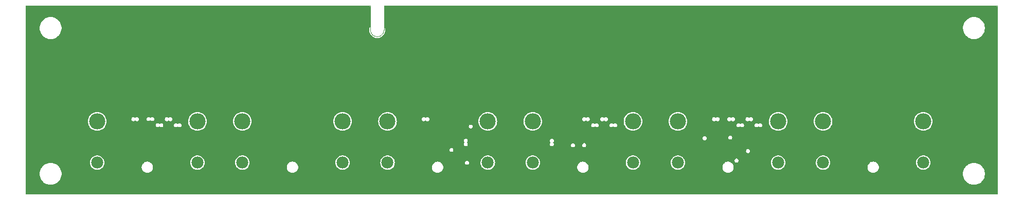
<source format=gbr>
%TF.GenerationSoftware,KiCad,Pcbnew,(7.0.0)*%
%TF.CreationDate,2023-07-14T10:40:59+02:00*%
%TF.ProjectId,RD53B_Quad_6DP_to_ERF8_Data_Adapter,52443533-425f-4517-9561-645f3644505f,V1*%
%TF.SameCoordinates,PX1767f18PY451e560*%
%TF.FileFunction,Copper,L2,Inr*%
%TF.FilePolarity,Positive*%
%FSLAX46Y46*%
G04 Gerber Fmt 4.6, Leading zero omitted, Abs format (unit mm)*
G04 Created by KiCad (PCBNEW (7.0.0)) date 2023-07-14 10:40:59*
%MOMM*%
%LPD*%
G01*
G04 APERTURE LIST*
%TA.AperFunction,ComponentPad*%
%ADD10C,2.660000*%
%TD*%
%TA.AperFunction,ComponentPad*%
%ADD11C,1.982000*%
%TD*%
%TA.AperFunction,ViaPad*%
%ADD12C,0.500000*%
%TD*%
%TA.AperFunction,Profile*%
%ADD13C,0.010000*%
%TD*%
G04 APERTURE END LIST*
D10*
%TO.N,/DP4_SGND*%
%TO.C,J4*%
X83482000Y11965000D03*
D11*
X83482000Y5185000D03*
X99982000Y5185000D03*
D10*
X99982000Y11965000D03*
%TD*%
%TO.N,/DP2_SGND*%
%TO.C,J2*%
X35684000Y11966000D03*
D11*
X35684000Y5186000D03*
X52184000Y5186000D03*
D10*
X52184000Y11966000D03*
%TD*%
%TO.N,/DP6_SGND*%
%TO.C,J6*%
X131278000Y11965000D03*
D11*
X131278000Y5185000D03*
X147778000Y5185000D03*
D10*
X147778000Y11965000D03*
%TD*%
%TO.N,/DP5_SGND*%
%TO.C,J5*%
X107380000Y11965000D03*
D11*
X107380000Y5185000D03*
X123880000Y5185000D03*
D10*
X123880000Y11965000D03*
%TD*%
%TO.N,/DP3_SGND*%
%TO.C,J3*%
X59584000Y11965000D03*
D11*
X59584000Y5185000D03*
X76084000Y5185000D03*
D10*
X76084000Y11965000D03*
%TD*%
%TO.N,/DP1_SGND*%
%TO.C,J1*%
X11788000Y11965000D03*
D11*
X11788000Y5185000D03*
X28288000Y5185000D03*
D10*
X28288000Y11965000D03*
%TD*%
D12*
%TO.N,GND*%
X94640400Y11335000D03*
X116895500Y10335000D03*
X80398000Y30235000D03*
X9858000Y23097000D03*
X77998000Y30235000D03*
X72458000Y7622600D03*
X70593000Y9335000D03*
X136858000Y23055000D03*
X70593000Y11335000D03*
X152098000Y23055000D03*
X126698000Y28805000D03*
X14938000Y17975000D03*
X70798000Y1422500D03*
X20018000Y23055000D03*
X93140400Y12335000D03*
X140773000Y12335000D03*
X111458000Y1422500D03*
X75598000Y1422500D03*
X67388000Y18507500D03*
X118390500Y10335000D03*
X92478000Y19507500D03*
X25940400Y11335000D03*
X25098000Y1422500D03*
X96982000Y1422500D03*
X45190500Y10335000D03*
X87598000Y30235000D03*
X56584000Y1422500D03*
X144778000Y1422500D03*
X91335600Y12335000D03*
X14938000Y28805000D03*
X48185500Y10335000D03*
X97198000Y30235000D03*
X40338000Y28805000D03*
X69083000Y11335000D03*
X44688000Y19676700D03*
X95835600Y11335000D03*
X48185500Y12335000D03*
X89998000Y1422500D03*
X95990500Y10335000D03*
X73198000Y30235000D03*
X45888000Y18507500D03*
X86628000Y7598400D03*
X91278000Y18507500D03*
X117578000Y18507500D03*
X19568000Y18507500D03*
X64935600Y12335000D03*
X86628000Y9403200D03*
X147778000Y1422500D03*
X103228000Y28805000D03*
X9858000Y28805000D03*
X147018000Y28805000D03*
X116735600Y11335000D03*
X118390500Y9335000D03*
X61198000Y30235000D03*
X140278000Y19507500D03*
X96140400Y12335000D03*
X24135600Y11335000D03*
X2238000Y17975000D03*
X68398000Y30235000D03*
X141938000Y1422500D03*
X117040400Y12335000D03*
X111458000Y28805000D03*
X141478000Y18507500D03*
X102982000Y1422500D03*
X142268000Y10335000D03*
X2238000Y12895000D03*
X30178000Y28805000D03*
X118540400Y11335000D03*
X69788000Y18507500D03*
X92398000Y30235000D03*
X66740400Y12335000D03*
X152098000Y28805000D03*
X75598000Y30235000D03*
X20018000Y28805000D03*
X46698000Y9335000D03*
X143780500Y12360000D03*
X18940400Y12335000D03*
X157178000Y12895000D03*
X21293000Y9335000D03*
X157178000Y23055000D03*
X22635600Y12335000D03*
X11788000Y1422500D03*
X120880000Y1422500D03*
X68588000Y19507500D03*
X14788000Y1422500D03*
X22783000Y10335000D03*
X35258000Y28805000D03*
X70593000Y12335000D03*
X32625000Y1422500D03*
X24488000Y10335000D03*
X152098000Y1422500D03*
X46698000Y12335000D03*
X54228000Y28805000D03*
X45418000Y1422500D03*
X55498000Y27335000D03*
X45190500Y8335000D03*
X115178000Y18507500D03*
X22940400Y11335000D03*
X30178000Y1422500D03*
X121540400Y11335000D03*
X24440400Y12335000D03*
X157178000Y7815000D03*
X69083000Y10335000D03*
X143780500Y9335000D03*
X21135600Y11335000D03*
X142268000Y12335000D03*
X139078000Y18507500D03*
X7318000Y12895000D03*
X120040400Y12335000D03*
X72458000Y9427400D03*
X46668000Y11335000D03*
X147018000Y17975000D03*
X72090500Y12335000D03*
X30178000Y23055000D03*
X65998000Y30235000D03*
X95990500Y9335000D03*
X97640400Y11335000D03*
X136858000Y28805000D03*
X38684000Y1422500D03*
X45190500Y12335000D03*
X143780500Y10335000D03*
X99598000Y30235000D03*
X116538000Y1422500D03*
X62584000Y1422500D03*
X94493000Y10335000D03*
X92835600Y11335000D03*
X116538000Y28805000D03*
X105768000Y28805000D03*
X50498000Y28805000D03*
X140773000Y11335000D03*
X119895500Y9335000D03*
X99982000Y1422500D03*
X25098000Y17975000D03*
X50498000Y1422500D03*
X70798000Y30235000D03*
X21443700Y12335000D03*
X119735600Y11335000D03*
X69083000Y12335000D03*
X46698000Y10335000D03*
X118235600Y12335000D03*
X142268000Y11335000D03*
X115232300Y12335000D03*
X20768000Y19507500D03*
X152098000Y12895000D03*
X2238000Y7815000D03*
X45190500Y11335000D03*
X25098000Y23055000D03*
X85198000Y1422500D03*
X70593000Y10335000D03*
X104498000Y27335000D03*
X94798000Y30235000D03*
X7318000Y7863000D03*
X82798000Y30235000D03*
X112732300Y12335000D03*
X65998000Y1422500D03*
X20018000Y1422500D03*
X45418000Y28805000D03*
X141938000Y28805000D03*
X126880000Y1422500D03*
X63598000Y30235000D03*
X119895500Y10335000D03*
X107168000Y1422500D03*
X14938000Y23097000D03*
X114540400Y12335000D03*
X94798000Y1422500D03*
X131778000Y17975000D03*
X8788000Y1422500D03*
X59584000Y1422500D03*
X21293000Y10335000D03*
X72090500Y11335000D03*
X143780500Y11335000D03*
X131778000Y28805000D03*
X40338000Y1422500D03*
X131778000Y1422500D03*
X43488000Y18507500D03*
X35684000Y1419000D03*
X93678000Y18507500D03*
X150778000Y1422500D03*
X19636400Y12335000D03*
X141938000Y23055000D03*
X2238000Y23055000D03*
X121618000Y28805000D03*
X136858000Y17975000D03*
X22783000Y9335000D03*
X25098000Y28805000D03*
X7318000Y1422500D03*
X85198000Y30235000D03*
X94335600Y12335000D03*
X136858000Y1422500D03*
X9858000Y17975000D03*
X48185500Y11335000D03*
X123880000Y1422500D03*
X152098000Y17975000D03*
X45190500Y9335000D03*
X147018000Y23055000D03*
X89998000Y30235000D03*
X69083000Y9335000D03*
X119895500Y8335000D03*
X17135600Y12335000D03*
X157178000Y17975000D03*
X152098000Y7815000D03*
X21968000Y18507500D03*
%TD*%
%TA.AperFunction,Conductor*%
%TO.N,GND*%
G36*
X56664500Y30937619D02*
G01*
X56710619Y30891500D01*
X56727500Y30828500D01*
X56727500Y27645142D01*
X56715695Y27591892D01*
X56654153Y27459916D01*
X56654149Y27459907D01*
X56651829Y27454930D01*
X56650408Y27449629D01*
X56650405Y27449619D01*
X56593901Y27238745D01*
X56593899Y27238737D01*
X56592479Y27233435D01*
X56592000Y27227968D01*
X56591999Y27227958D01*
X56589152Y27195410D01*
X56572494Y27005000D01*
X56572973Y26999525D01*
X56591999Y26782043D01*
X56592000Y26782035D01*
X56592479Y26776565D01*
X56593899Y26771263D01*
X56593901Y26771256D01*
X56650405Y26560382D01*
X56650407Y26560376D01*
X56651829Y26555070D01*
X56654151Y26550091D01*
X56654153Y26550085D01*
X56710929Y26428329D01*
X56748738Y26347247D01*
X56751891Y26342744D01*
X56751894Y26342739D01*
X56828477Y26233368D01*
X56880264Y26159409D01*
X57042409Y25997264D01*
X57230247Y25865738D01*
X57438070Y25768829D01*
X57659565Y25709479D01*
X57830780Y25694500D01*
X57942480Y25694500D01*
X57945220Y25694500D01*
X58116435Y25709479D01*
X58337930Y25768829D01*
X58545753Y25865738D01*
X58733591Y25997264D01*
X58895736Y26159409D01*
X59027262Y26347247D01*
X59124171Y26555070D01*
X59183521Y26776565D01*
X59203506Y27005000D01*
X59186440Y27200071D01*
X154317500Y27200071D01*
X154318201Y27195417D01*
X154318202Y27195410D01*
X154346077Y27010475D01*
X154357720Y26933228D01*
X154359106Y26928732D01*
X154359108Y26928727D01*
X154435871Y26679866D01*
X154435874Y26679857D01*
X154437262Y26675359D01*
X154439307Y26671113D01*
X154439308Y26671110D01*
X154552302Y26436475D01*
X154552303Y26436474D01*
X154554349Y26432226D01*
X154706365Y26209259D01*
X154709565Y26205810D01*
X154709570Y26205804D01*
X154861133Y26042459D01*
X154889915Y26011439D01*
X155100898Y25843185D01*
X155104976Y25840831D01*
X155104977Y25840830D01*
X155330020Y25710902D01*
X155334602Y25708257D01*
X155338991Y25706535D01*
X155338994Y25706533D01*
X155423544Y25673350D01*
X155585805Y25609666D01*
X155848897Y25549617D01*
X156050624Y25534500D01*
X156183023Y25534500D01*
X156185376Y25534500D01*
X156387103Y25549617D01*
X156650195Y25609666D01*
X156901398Y25708257D01*
X157135102Y25843185D01*
X157346085Y26011439D01*
X157529635Y26209259D01*
X157681651Y26432225D01*
X157798738Y26675359D01*
X157878280Y26933228D01*
X157918500Y27200071D01*
X157918500Y27469929D01*
X157878280Y27736772D01*
X157798738Y27994641D01*
X157681651Y28237774D01*
X157529635Y28460741D01*
X157526433Y28464192D01*
X157526429Y28464197D01*
X157349285Y28655112D01*
X157346085Y28658561D01*
X157135102Y28826815D01*
X157131026Y28829169D01*
X157131022Y28829171D01*
X156905485Y28959384D01*
X156905478Y28959388D01*
X156901398Y28961743D01*
X156897014Y28963464D01*
X156897005Y28963468D01*
X156654588Y29058610D01*
X156654586Y29058611D01*
X156650195Y29060334D01*
X156645595Y29061384D01*
X156391704Y29119333D01*
X156391702Y29119334D01*
X156387103Y29120383D01*
X156382401Y29120736D01*
X156382397Y29120736D01*
X156187718Y29135325D01*
X156187704Y29135326D01*
X156185376Y29135500D01*
X156050624Y29135500D01*
X156048296Y29135326D01*
X156048281Y29135325D01*
X155853602Y29120736D01*
X155853596Y29120736D01*
X155848897Y29120383D01*
X155844299Y29119334D01*
X155844295Y29119333D01*
X155590404Y29061384D01*
X155590400Y29061383D01*
X155585805Y29060334D01*
X155581417Y29058612D01*
X155581411Y29058610D01*
X155338994Y28963468D01*
X155338979Y28963462D01*
X155334602Y28961743D01*
X155330526Y28959390D01*
X155330514Y28959384D01*
X155104977Y28829171D01*
X155104967Y28829165D01*
X155100898Y28826815D01*
X155097221Y28823884D01*
X155097217Y28823880D01*
X154893595Y28661496D01*
X154889915Y28658561D01*
X154886719Y28655118D01*
X154886714Y28655112D01*
X154709570Y28464197D01*
X154709559Y28464184D01*
X154706365Y28460741D01*
X154703715Y28456855D01*
X154703706Y28456843D01*
X154557005Y28241672D01*
X154556999Y28241664D01*
X154554349Y28237775D01*
X154552304Y28233530D01*
X154552303Y28233527D01*
X154439308Y27998891D01*
X154439304Y27998884D01*
X154437262Y27994641D01*
X154435876Y27990148D01*
X154435871Y27990135D01*
X154359108Y27741274D01*
X154359106Y27741266D01*
X154357720Y27736772D01*
X154357019Y27732122D01*
X154357018Y27732117D01*
X154318202Y27474591D01*
X154318201Y27474583D01*
X154317500Y27469929D01*
X154317500Y27200071D01*
X59186440Y27200071D01*
X59183521Y27233435D01*
X59124171Y27454930D01*
X59060305Y27591892D01*
X59048500Y27645142D01*
X59048500Y30828500D01*
X59065381Y30891500D01*
X59111500Y30937619D01*
X59174500Y30954500D01*
X105987955Y30954500D01*
X106008045Y30954500D01*
X159821500Y30954500D01*
X159884500Y30937619D01*
X159930619Y30891500D01*
X159947500Y30828500D01*
X159947500Y181500D01*
X159930619Y118500D01*
X159884500Y72381D01*
X159821500Y55500D01*
X174500Y55500D01*
X111500Y72381D01*
X65381Y118500D01*
X48500Y181500D01*
X48500Y3200071D01*
X2317500Y3200071D01*
X2318201Y3195417D01*
X2318202Y3195410D01*
X2357018Y2937884D01*
X2357720Y2933228D01*
X2359106Y2928732D01*
X2359108Y2928727D01*
X2435871Y2679866D01*
X2435874Y2679857D01*
X2437262Y2675359D01*
X2439307Y2671113D01*
X2439308Y2671110D01*
X2552302Y2436475D01*
X2552303Y2436474D01*
X2554349Y2432226D01*
X2706365Y2209259D01*
X2709565Y2205810D01*
X2709570Y2205804D01*
X2861133Y2042459D01*
X2889915Y2011439D01*
X3100898Y1843185D01*
X3334602Y1708257D01*
X3338991Y1706535D01*
X3338994Y1706533D01*
X3423544Y1673350D01*
X3585805Y1609666D01*
X3848897Y1549617D01*
X4050624Y1534500D01*
X4183023Y1534500D01*
X4185376Y1534500D01*
X4387103Y1549617D01*
X4650195Y1609666D01*
X4901398Y1708257D01*
X5135102Y1843185D01*
X5346085Y2011439D01*
X5529635Y2209259D01*
X5681651Y2432225D01*
X5798738Y2675359D01*
X5878280Y2933228D01*
X5918500Y3200071D01*
X154317500Y3200071D01*
X154318201Y3195417D01*
X154318202Y3195410D01*
X154357018Y2937884D01*
X154357720Y2933228D01*
X154359106Y2928732D01*
X154359108Y2928727D01*
X154435871Y2679866D01*
X154435874Y2679857D01*
X154437262Y2675359D01*
X154439307Y2671113D01*
X154439308Y2671110D01*
X154552302Y2436475D01*
X154552303Y2436474D01*
X154554349Y2432226D01*
X154706365Y2209259D01*
X154709565Y2205810D01*
X154709570Y2205804D01*
X154861133Y2042459D01*
X154889915Y2011439D01*
X155100898Y1843185D01*
X155334602Y1708257D01*
X155338991Y1706535D01*
X155338994Y1706533D01*
X155423544Y1673350D01*
X155585805Y1609666D01*
X155848897Y1549617D01*
X156050624Y1534500D01*
X156183023Y1534500D01*
X156185376Y1534500D01*
X156387103Y1549617D01*
X156650195Y1609666D01*
X156901398Y1708257D01*
X157135102Y1843185D01*
X157346085Y2011439D01*
X157529635Y2209259D01*
X157681651Y2432225D01*
X157798738Y2675359D01*
X157878280Y2933228D01*
X157918500Y3200071D01*
X157918500Y3469929D01*
X157878280Y3736772D01*
X157798738Y3994641D01*
X157736013Y4124890D01*
X157683697Y4233526D01*
X157683695Y4233529D01*
X157681651Y4237774D01*
X157529635Y4460741D01*
X157526433Y4464192D01*
X157526429Y4464197D01*
X157349285Y4655112D01*
X157346085Y4658561D01*
X157135102Y4826815D01*
X157131026Y4829169D01*
X157131022Y4829171D01*
X156905485Y4959384D01*
X156905478Y4959388D01*
X156901398Y4961743D01*
X156897014Y4963464D01*
X156897005Y4963468D01*
X156654588Y5058610D01*
X156654586Y5058611D01*
X156650195Y5060334D01*
X156617432Y5067812D01*
X156391704Y5119333D01*
X156391702Y5119334D01*
X156387103Y5120383D01*
X156382401Y5120736D01*
X156382397Y5120736D01*
X156187718Y5135325D01*
X156187704Y5135326D01*
X156185376Y5135500D01*
X156050624Y5135500D01*
X156048296Y5135326D01*
X156048281Y5135325D01*
X155853602Y5120736D01*
X155853596Y5120736D01*
X155848897Y5120383D01*
X155844299Y5119334D01*
X155844295Y5119333D01*
X155590404Y5061384D01*
X155590400Y5061383D01*
X155585805Y5060334D01*
X155581417Y5058612D01*
X155581411Y5058610D01*
X155338994Y4963468D01*
X155338979Y4963462D01*
X155334602Y4961743D01*
X155330526Y4959390D01*
X155330514Y4959384D01*
X155104977Y4829171D01*
X155104967Y4829165D01*
X155100898Y4826815D01*
X155097221Y4823884D01*
X155097217Y4823880D01*
X154933816Y4693571D01*
X154889915Y4658561D01*
X154886719Y4655118D01*
X154886714Y4655112D01*
X154709570Y4464197D01*
X154709559Y4464184D01*
X154706365Y4460741D01*
X154703715Y4456855D01*
X154703706Y4456843D01*
X154557005Y4241672D01*
X154556999Y4241664D01*
X154554349Y4237775D01*
X154552304Y4233530D01*
X154552303Y4233527D01*
X154439308Y3998891D01*
X154439304Y3998884D01*
X154437262Y3994641D01*
X154435876Y3990148D01*
X154435871Y3990135D01*
X154359108Y3741274D01*
X154359106Y3741266D01*
X154357720Y3736772D01*
X154357019Y3732122D01*
X154357018Y3732117D01*
X154318202Y3474591D01*
X154318201Y3474583D01*
X154317500Y3469929D01*
X154317500Y3200071D01*
X5918500Y3200071D01*
X5918500Y3469929D01*
X5878280Y3736772D01*
X5798738Y3994641D01*
X5736013Y4124890D01*
X5683697Y4233526D01*
X5683695Y4233529D01*
X5681651Y4237774D01*
X5529635Y4460741D01*
X5526433Y4464192D01*
X5526429Y4464197D01*
X5349285Y4655112D01*
X5346085Y4658561D01*
X5135102Y4826815D01*
X5131026Y4829169D01*
X5131022Y4829171D01*
X4905485Y4959384D01*
X4905478Y4959388D01*
X4901398Y4961743D01*
X4897014Y4963464D01*
X4897005Y4963468D01*
X4654588Y5058610D01*
X4654586Y5058611D01*
X4650195Y5060334D01*
X4617432Y5067812D01*
X4391704Y5119333D01*
X4391702Y5119334D01*
X4387103Y5120383D01*
X4382401Y5120736D01*
X4382397Y5120736D01*
X4187718Y5135325D01*
X4187704Y5135326D01*
X4185376Y5135500D01*
X4050624Y5135500D01*
X4048296Y5135326D01*
X4048281Y5135325D01*
X3853602Y5120736D01*
X3853596Y5120736D01*
X3848897Y5120383D01*
X3844299Y5119334D01*
X3844295Y5119333D01*
X3590404Y5061384D01*
X3590400Y5061383D01*
X3585805Y5060334D01*
X3581417Y5058612D01*
X3581411Y5058610D01*
X3338994Y4963468D01*
X3338979Y4963462D01*
X3334602Y4961743D01*
X3330526Y4959390D01*
X3330514Y4959384D01*
X3104977Y4829171D01*
X3104967Y4829165D01*
X3100898Y4826815D01*
X3097221Y4823884D01*
X3097217Y4823880D01*
X2933816Y4693571D01*
X2889915Y4658561D01*
X2886719Y4655118D01*
X2886714Y4655112D01*
X2709570Y4464197D01*
X2709559Y4464184D01*
X2706365Y4460741D01*
X2703715Y4456855D01*
X2703706Y4456843D01*
X2557005Y4241672D01*
X2556999Y4241664D01*
X2554349Y4237775D01*
X2552304Y4233530D01*
X2552303Y4233527D01*
X2439308Y3998891D01*
X2439304Y3998884D01*
X2437262Y3994641D01*
X2435876Y3990148D01*
X2435871Y3990135D01*
X2359108Y3741274D01*
X2359106Y3741266D01*
X2357720Y3736772D01*
X2357019Y3732122D01*
X2357018Y3732117D01*
X2318202Y3474591D01*
X2318201Y3474583D01*
X2317500Y3469929D01*
X2317500Y3200071D01*
X48500Y3200071D01*
X48500Y5185000D01*
X10591395Y5185000D01*
X10611769Y4965124D01*
X10672199Y4752736D01*
X10674793Y4747526D01*
X10674796Y4747519D01*
X10720810Y4655112D01*
X10770626Y4555069D01*
X10903698Y4378852D01*
X11066884Y4230089D01*
X11071833Y4227025D01*
X11238400Y4123890D01*
X11254627Y4113843D01*
X11260057Y4111740D01*
X11260060Y4111738D01*
X11319703Y4088633D01*
X11460533Y4034075D01*
X11677591Y3993500D01*
X11892581Y3993500D01*
X11898409Y3993500D01*
X12115467Y4034075D01*
X12321373Y4113843D01*
X12509116Y4230089D01*
X12594280Y4307726D01*
X19112500Y4307726D01*
X19113871Y4301273D01*
X19113872Y4301270D01*
X19151575Y4123890D01*
X19151576Y4123885D01*
X19152949Y4117429D01*
X19232078Y3939701D01*
X19235956Y3934364D01*
X19235958Y3934360D01*
X19342551Y3787648D01*
X19346431Y3782308D01*
X19491008Y3652130D01*
X19659492Y3554856D01*
X19844518Y3494738D01*
X19989496Y3479500D01*
X20083214Y3479500D01*
X20086504Y3479500D01*
X20231482Y3494738D01*
X20416508Y3554856D01*
X20584992Y3652130D01*
X20729569Y3782308D01*
X20843922Y3939701D01*
X20923051Y4117429D01*
X20963500Y4307726D01*
X20963500Y4502274D01*
X20923051Y4692571D01*
X20843922Y4870299D01*
X20729569Y5027692D01*
X20584992Y5157870D01*
X20538001Y5185000D01*
X27091395Y5185000D01*
X27111769Y4965124D01*
X27172199Y4752736D01*
X27174793Y4747526D01*
X27174796Y4747519D01*
X27220810Y4655112D01*
X27270626Y4555069D01*
X27403698Y4378852D01*
X27566884Y4230089D01*
X27571833Y4227025D01*
X27738400Y4123890D01*
X27754627Y4113843D01*
X27760057Y4111740D01*
X27760060Y4111738D01*
X27819703Y4088633D01*
X27960533Y4034075D01*
X28177591Y3993500D01*
X28392581Y3993500D01*
X28398409Y3993500D01*
X28615467Y4034075D01*
X28821373Y4113843D01*
X29009116Y4230089D01*
X29172302Y4378852D01*
X29305374Y4555069D01*
X29403801Y4752736D01*
X29464231Y4965124D01*
X29484605Y5185000D01*
X29484512Y5186000D01*
X34487395Y5186000D01*
X34507769Y4966124D01*
X34568199Y4753736D01*
X34570793Y4748526D01*
X34570796Y4748519D01*
X34617308Y4655112D01*
X34666626Y4556069D01*
X34799698Y4379852D01*
X34962884Y4231089D01*
X34967833Y4228025D01*
X35136015Y4123890D01*
X35150627Y4114843D01*
X35156057Y4112740D01*
X35156060Y4112738D01*
X35215703Y4089633D01*
X35356533Y4035075D01*
X35573591Y3994500D01*
X35788581Y3994500D01*
X35794409Y3994500D01*
X36011467Y4035075D01*
X36217373Y4114843D01*
X36405116Y4231089D01*
X36490280Y4308726D01*
X43008500Y4308726D01*
X43009871Y4302273D01*
X43009872Y4302270D01*
X43047575Y4124890D01*
X43047576Y4124885D01*
X43048949Y4118429D01*
X43128078Y3940701D01*
X43242431Y3783308D01*
X43387008Y3653130D01*
X43555492Y3555856D01*
X43740518Y3495738D01*
X43885496Y3480500D01*
X43979214Y3480500D01*
X43982504Y3480500D01*
X44127482Y3495738D01*
X44312508Y3555856D01*
X44480992Y3653130D01*
X44625569Y3783308D01*
X44739922Y3940701D01*
X44819051Y4118429D01*
X44859500Y4308726D01*
X44859500Y4503274D01*
X44819051Y4693571D01*
X44739922Y4871299D01*
X44733608Y4879989D01*
X44629448Y5023353D01*
X44625569Y5028692D01*
X44480992Y5158870D01*
X44434001Y5186000D01*
X50987395Y5186000D01*
X51007769Y4966124D01*
X51068199Y4753736D01*
X51070793Y4748526D01*
X51070796Y4748519D01*
X51117308Y4655112D01*
X51166626Y4556069D01*
X51299698Y4379852D01*
X51462884Y4231089D01*
X51467833Y4228025D01*
X51636015Y4123890D01*
X51650627Y4114843D01*
X51656057Y4112740D01*
X51656060Y4112738D01*
X51715703Y4089633D01*
X51856533Y4035075D01*
X52073591Y3994500D01*
X52288581Y3994500D01*
X52294409Y3994500D01*
X52511467Y4035075D01*
X52717373Y4114843D01*
X52905116Y4231089D01*
X53068302Y4379852D01*
X53201374Y4556069D01*
X53299801Y4753736D01*
X53360231Y4966124D01*
X53380512Y5185000D01*
X58387395Y5185000D01*
X58407769Y4965124D01*
X58468199Y4752736D01*
X58470793Y4747526D01*
X58470796Y4747519D01*
X58516810Y4655112D01*
X58566626Y4555069D01*
X58699698Y4378852D01*
X58862884Y4230089D01*
X58867833Y4227025D01*
X59034400Y4123890D01*
X59050627Y4113843D01*
X59056057Y4111740D01*
X59056060Y4111738D01*
X59115703Y4088633D01*
X59256533Y4034075D01*
X59473591Y3993500D01*
X59688581Y3993500D01*
X59694409Y3993500D01*
X59911467Y4034075D01*
X60117373Y4113843D01*
X60305116Y4230089D01*
X60390280Y4307726D01*
X66908500Y4307726D01*
X66909871Y4301273D01*
X66909872Y4301270D01*
X66947575Y4123890D01*
X66947576Y4123885D01*
X66948949Y4117429D01*
X67028078Y3939701D01*
X67031956Y3934364D01*
X67031958Y3934360D01*
X67138551Y3787648D01*
X67142431Y3782308D01*
X67287008Y3652130D01*
X67455492Y3554856D01*
X67640518Y3494738D01*
X67785496Y3479500D01*
X67879214Y3479500D01*
X67882504Y3479500D01*
X68027482Y3494738D01*
X68212508Y3554856D01*
X68380992Y3652130D01*
X68525569Y3782308D01*
X68639922Y3939701D01*
X68719051Y4117429D01*
X68759500Y4307726D01*
X68759500Y4502274D01*
X68719051Y4692571D01*
X68639922Y4870299D01*
X68525569Y5027692D01*
X68380992Y5157870D01*
X68359982Y5170000D01*
X72322479Y5170000D01*
X72324393Y5159145D01*
X72340497Y5067812D01*
X72340498Y5067809D01*
X72342412Y5056955D01*
X72347923Y5047410D01*
X72347924Y5047407D01*
X72394295Y4967090D01*
X72399806Y4957545D01*
X72487739Y4883760D01*
X72595606Y4844500D01*
X72699367Y4844500D01*
X72710394Y4844500D01*
X72818261Y4883760D01*
X72906194Y4957545D01*
X72963588Y5056955D01*
X72981382Y5157870D01*
X72981607Y5159145D01*
X72983521Y5170000D01*
X72980876Y5185000D01*
X74887395Y5185000D01*
X74907769Y4965124D01*
X74968199Y4752736D01*
X74970793Y4747526D01*
X74970796Y4747519D01*
X75016810Y4655112D01*
X75066626Y4555069D01*
X75199698Y4378852D01*
X75362884Y4230089D01*
X75367833Y4227025D01*
X75534400Y4123890D01*
X75550627Y4113843D01*
X75556057Y4111740D01*
X75556060Y4111738D01*
X75615703Y4088633D01*
X75756533Y4034075D01*
X75973591Y3993500D01*
X76188581Y3993500D01*
X76194409Y3993500D01*
X76411467Y4034075D01*
X76617373Y4113843D01*
X76805116Y4230089D01*
X76968302Y4378852D01*
X77101374Y4555069D01*
X77199801Y4752736D01*
X77260231Y4965124D01*
X77280605Y5185000D01*
X82285395Y5185000D01*
X82305769Y4965124D01*
X82366199Y4752736D01*
X82368793Y4747526D01*
X82368796Y4747519D01*
X82414810Y4655112D01*
X82464626Y4555069D01*
X82597698Y4378852D01*
X82760884Y4230089D01*
X82765833Y4227025D01*
X82932400Y4123890D01*
X82948627Y4113843D01*
X82954057Y4111740D01*
X82954060Y4111738D01*
X83013703Y4088633D01*
X83154533Y4034075D01*
X83371591Y3993500D01*
X83586581Y3993500D01*
X83592409Y3993500D01*
X83809467Y4034075D01*
X84015373Y4113843D01*
X84203116Y4230089D01*
X84288280Y4307726D01*
X90806500Y4307726D01*
X90807871Y4301273D01*
X90807872Y4301270D01*
X90845575Y4123890D01*
X90845576Y4123885D01*
X90846949Y4117429D01*
X90926078Y3939701D01*
X90929956Y3934364D01*
X90929958Y3934360D01*
X91036551Y3787648D01*
X91040431Y3782308D01*
X91185008Y3652130D01*
X91353492Y3554856D01*
X91538518Y3494738D01*
X91683496Y3479500D01*
X91777214Y3479500D01*
X91780504Y3479500D01*
X91925482Y3494738D01*
X92110508Y3554856D01*
X92278992Y3652130D01*
X92423569Y3782308D01*
X92537922Y3939701D01*
X92617051Y4117429D01*
X92657500Y4307726D01*
X92657500Y4502274D01*
X92617051Y4692571D01*
X92537922Y4870299D01*
X92423569Y5027692D01*
X92278992Y5157870D01*
X92232001Y5185000D01*
X98785395Y5185000D01*
X98805769Y4965124D01*
X98866199Y4752736D01*
X98868793Y4747526D01*
X98868796Y4747519D01*
X98914810Y4655112D01*
X98964626Y4555069D01*
X99097698Y4378852D01*
X99260884Y4230089D01*
X99265833Y4227025D01*
X99432400Y4123890D01*
X99448627Y4113843D01*
X99454057Y4111740D01*
X99454060Y4111738D01*
X99513703Y4088633D01*
X99654533Y4034075D01*
X99871591Y3993500D01*
X100086581Y3993500D01*
X100092409Y3993500D01*
X100309467Y4034075D01*
X100515373Y4113843D01*
X100703116Y4230089D01*
X100866302Y4378852D01*
X100999374Y4555069D01*
X101097801Y4752736D01*
X101158231Y4965124D01*
X101178605Y5185000D01*
X106183395Y5185000D01*
X106203769Y4965124D01*
X106264199Y4752736D01*
X106266793Y4747526D01*
X106266796Y4747519D01*
X106312810Y4655112D01*
X106362626Y4555069D01*
X106495698Y4378852D01*
X106658884Y4230089D01*
X106663833Y4227025D01*
X106830400Y4123890D01*
X106846627Y4113843D01*
X106852057Y4111740D01*
X106852060Y4111738D01*
X106911703Y4088633D01*
X107052533Y4034075D01*
X107269591Y3993500D01*
X107484581Y3993500D01*
X107490409Y3993500D01*
X107707467Y4034075D01*
X107913373Y4113843D01*
X108101116Y4230089D01*
X108186280Y4307726D01*
X114704500Y4307726D01*
X114705871Y4301273D01*
X114705872Y4301270D01*
X114743575Y4123890D01*
X114743576Y4123885D01*
X114744949Y4117429D01*
X114824078Y3939701D01*
X114827956Y3934364D01*
X114827958Y3934360D01*
X114934551Y3787648D01*
X114938431Y3782308D01*
X115083008Y3652130D01*
X115251492Y3554856D01*
X115436518Y3494738D01*
X115581496Y3479500D01*
X115675214Y3479500D01*
X115678504Y3479500D01*
X115823482Y3494738D01*
X116008508Y3554856D01*
X116176992Y3652130D01*
X116321569Y3782308D01*
X116435922Y3939701D01*
X116515051Y4117429D01*
X116555500Y4307726D01*
X116555500Y4502274D01*
X116515051Y4692571D01*
X116435922Y4870299D01*
X116321569Y5027692D01*
X116176992Y5157870D01*
X116130001Y5185000D01*
X122683395Y5185000D01*
X122703769Y4965124D01*
X122764199Y4752736D01*
X122766793Y4747526D01*
X122766796Y4747519D01*
X122812810Y4655112D01*
X122862626Y4555069D01*
X122995698Y4378852D01*
X123158884Y4230089D01*
X123163833Y4227025D01*
X123330400Y4123890D01*
X123346627Y4113843D01*
X123352057Y4111740D01*
X123352060Y4111738D01*
X123411703Y4088633D01*
X123552533Y4034075D01*
X123769591Y3993500D01*
X123984581Y3993500D01*
X123990409Y3993500D01*
X124207467Y4034075D01*
X124413373Y4113843D01*
X124601116Y4230089D01*
X124764302Y4378852D01*
X124897374Y4555069D01*
X124995801Y4752736D01*
X125056231Y4965124D01*
X125076605Y5185000D01*
X130081395Y5185000D01*
X130101769Y4965124D01*
X130162199Y4752736D01*
X130164793Y4747526D01*
X130164796Y4747519D01*
X130210810Y4655112D01*
X130260626Y4555069D01*
X130393698Y4378852D01*
X130556884Y4230089D01*
X130561833Y4227025D01*
X130728400Y4123890D01*
X130744627Y4113843D01*
X130750057Y4111740D01*
X130750060Y4111738D01*
X130809703Y4088633D01*
X130950533Y4034075D01*
X131167591Y3993500D01*
X131382581Y3993500D01*
X131388409Y3993500D01*
X131605467Y4034075D01*
X131811373Y4113843D01*
X131999116Y4230089D01*
X132084280Y4307726D01*
X138602500Y4307726D01*
X138603871Y4301273D01*
X138603872Y4301270D01*
X138641575Y4123890D01*
X138641576Y4123885D01*
X138642949Y4117429D01*
X138722078Y3939701D01*
X138725956Y3934364D01*
X138725958Y3934360D01*
X138832551Y3787648D01*
X138836431Y3782308D01*
X138981008Y3652130D01*
X139149492Y3554856D01*
X139334518Y3494738D01*
X139479496Y3479500D01*
X139573214Y3479500D01*
X139576504Y3479500D01*
X139721482Y3494738D01*
X139906508Y3554856D01*
X140074992Y3652130D01*
X140219569Y3782308D01*
X140333922Y3939701D01*
X140413051Y4117429D01*
X140453500Y4307726D01*
X140453500Y4502274D01*
X140413051Y4692571D01*
X140333922Y4870299D01*
X140219569Y5027692D01*
X140074992Y5157870D01*
X140028001Y5185000D01*
X146581395Y5185000D01*
X146601769Y4965124D01*
X146662199Y4752736D01*
X146664793Y4747526D01*
X146664796Y4747519D01*
X146710810Y4655112D01*
X146760626Y4555069D01*
X146893698Y4378852D01*
X147056884Y4230089D01*
X147061833Y4227025D01*
X147228400Y4123890D01*
X147244627Y4113843D01*
X147250057Y4111740D01*
X147250060Y4111738D01*
X147309703Y4088633D01*
X147450533Y4034075D01*
X147667591Y3993500D01*
X147882581Y3993500D01*
X147888409Y3993500D01*
X148105467Y4034075D01*
X148311373Y4113843D01*
X148499116Y4230089D01*
X148662302Y4378852D01*
X148795374Y4555069D01*
X148893801Y4752736D01*
X148954231Y4965124D01*
X148974605Y5185000D01*
X148954231Y5404876D01*
X148893801Y5617264D01*
X148882457Y5640045D01*
X148797971Y5809715D01*
X148795374Y5814931D01*
X148662302Y5991148D01*
X148499116Y6139911D01*
X148492551Y6143976D01*
X148316329Y6253089D01*
X148316323Y6253092D01*
X148311373Y6256157D01*
X148305946Y6258260D01*
X148305939Y6258263D01*
X148110893Y6333823D01*
X148110892Y6333824D01*
X148105467Y6335925D01*
X148099748Y6336994D01*
X148099745Y6336995D01*
X147894135Y6375430D01*
X147894131Y6375431D01*
X147888409Y6376500D01*
X147667591Y6376500D01*
X147661869Y6375431D01*
X147661864Y6375430D01*
X147456254Y6336995D01*
X147456248Y6336994D01*
X147450533Y6335925D01*
X147445110Y6333825D01*
X147445106Y6333823D01*
X147250060Y6258263D01*
X147250048Y6258258D01*
X147244627Y6256157D01*
X147239680Y6253095D01*
X147239670Y6253089D01*
X147061833Y6142976D01*
X147061827Y6142973D01*
X147056884Y6139911D01*
X147052583Y6135991D01*
X147052580Y6135988D01*
X146898006Y5995076D01*
X146898001Y5995072D01*
X146893698Y5991148D01*
X146890188Y5986502D01*
X146890186Y5986498D01*
X146764136Y5819580D01*
X146764132Y5819575D01*
X146760626Y5814931D01*
X146758031Y5809721D01*
X146758028Y5809715D01*
X146664796Y5622482D01*
X146664791Y5622471D01*
X146662199Y5617264D01*
X146660605Y5611663D01*
X146660605Y5611662D01*
X146614368Y5449155D01*
X146601769Y5404876D01*
X146601232Y5399084D01*
X146601232Y5399082D01*
X146588084Y5257186D01*
X146581395Y5185000D01*
X140028001Y5185000D01*
X139906508Y5255144D01*
X139791248Y5292594D01*
X139727761Y5313222D01*
X139727759Y5313223D01*
X139721482Y5315262D01*
X139714918Y5315952D01*
X139579773Y5330157D01*
X139579761Y5330158D01*
X139576504Y5330500D01*
X139479496Y5330500D01*
X139476239Y5330158D01*
X139476226Y5330157D01*
X139341081Y5315952D01*
X139341079Y5315952D01*
X139334518Y5315262D01*
X139328242Y5313223D01*
X139328238Y5313222D01*
X139155776Y5257186D01*
X139155774Y5257186D01*
X139149492Y5255144D01*
X139143770Y5251841D01*
X139143769Y5251840D01*
X138986728Y5161173D01*
X138986724Y5161171D01*
X138981008Y5157870D01*
X138976101Y5153452D01*
X138976100Y5153451D01*
X138858327Y5047407D01*
X138836431Y5027692D01*
X138832556Y5022359D01*
X138832551Y5022353D01*
X138725958Y4875641D01*
X138725953Y4875633D01*
X138722078Y4870299D01*
X138719393Y4864271D01*
X138719392Y4864267D01*
X138645636Y4698607D01*
X138642949Y4692571D01*
X138641577Y4686119D01*
X138641575Y4686111D01*
X138604085Y4509731D01*
X138602500Y4502274D01*
X138602500Y4307726D01*
X132084280Y4307726D01*
X132162302Y4378852D01*
X132295374Y4555069D01*
X132393801Y4752736D01*
X132454231Y4965124D01*
X132474605Y5185000D01*
X132454231Y5404876D01*
X132393801Y5617264D01*
X132382457Y5640045D01*
X132297971Y5809715D01*
X132295374Y5814931D01*
X132162302Y5991148D01*
X131999116Y6139911D01*
X131992551Y6143976D01*
X131816329Y6253089D01*
X131816323Y6253092D01*
X131811373Y6256157D01*
X131805946Y6258260D01*
X131805939Y6258263D01*
X131610893Y6333823D01*
X131610892Y6333824D01*
X131605467Y6335925D01*
X131599748Y6336994D01*
X131599745Y6336995D01*
X131394135Y6375430D01*
X131394131Y6375431D01*
X131388409Y6376500D01*
X131167591Y6376500D01*
X131161869Y6375431D01*
X131161864Y6375430D01*
X130956254Y6336995D01*
X130956248Y6336994D01*
X130950533Y6335925D01*
X130945110Y6333825D01*
X130945106Y6333823D01*
X130750060Y6258263D01*
X130750048Y6258258D01*
X130744627Y6256157D01*
X130739680Y6253095D01*
X130739670Y6253089D01*
X130561833Y6142976D01*
X130561827Y6142973D01*
X130556884Y6139911D01*
X130552583Y6135991D01*
X130552580Y6135988D01*
X130398006Y5995076D01*
X130398001Y5995072D01*
X130393698Y5991148D01*
X130390188Y5986502D01*
X130390186Y5986498D01*
X130264136Y5819580D01*
X130264132Y5819575D01*
X130260626Y5814931D01*
X130258031Y5809721D01*
X130258028Y5809715D01*
X130164796Y5622482D01*
X130164791Y5622471D01*
X130162199Y5617264D01*
X130160605Y5611663D01*
X130160605Y5611662D01*
X130114368Y5449155D01*
X130101769Y5404876D01*
X130101232Y5399084D01*
X130101232Y5399082D01*
X130088084Y5257186D01*
X130081395Y5185000D01*
X125076605Y5185000D01*
X125056231Y5404876D01*
X124995801Y5617264D01*
X124984457Y5640045D01*
X124899971Y5809715D01*
X124897374Y5814931D01*
X124764302Y5991148D01*
X124601116Y6139911D01*
X124594551Y6143976D01*
X124418329Y6253089D01*
X124418323Y6253092D01*
X124413373Y6256157D01*
X124407946Y6258260D01*
X124407939Y6258263D01*
X124212893Y6333823D01*
X124212892Y6333824D01*
X124207467Y6335925D01*
X124201748Y6336994D01*
X124201745Y6336995D01*
X123996135Y6375430D01*
X123996131Y6375431D01*
X123990409Y6376500D01*
X123769591Y6376500D01*
X123763869Y6375431D01*
X123763864Y6375430D01*
X123558254Y6336995D01*
X123558248Y6336994D01*
X123552533Y6335925D01*
X123547110Y6333825D01*
X123547106Y6333823D01*
X123352060Y6258263D01*
X123352048Y6258258D01*
X123346627Y6256157D01*
X123341680Y6253095D01*
X123341670Y6253089D01*
X123163833Y6142976D01*
X123163827Y6142973D01*
X123158884Y6139911D01*
X123154583Y6135991D01*
X123154580Y6135988D01*
X123000006Y5995076D01*
X123000001Y5995072D01*
X122995698Y5991148D01*
X122992188Y5986502D01*
X122992186Y5986498D01*
X122866136Y5819580D01*
X122866132Y5819575D01*
X122862626Y5814931D01*
X122860031Y5809721D01*
X122860028Y5809715D01*
X122766796Y5622482D01*
X122766791Y5622471D01*
X122764199Y5617264D01*
X122762605Y5611663D01*
X122762605Y5611662D01*
X122716368Y5449155D01*
X122703769Y5404876D01*
X122703232Y5399084D01*
X122703232Y5399082D01*
X122690084Y5257186D01*
X122683395Y5185000D01*
X116130001Y5185000D01*
X116008508Y5255144D01*
X115893248Y5292594D01*
X115829761Y5313222D01*
X115829759Y5313223D01*
X115823482Y5315262D01*
X115816918Y5315952D01*
X115681773Y5330157D01*
X115681761Y5330158D01*
X115678504Y5330500D01*
X115581496Y5330500D01*
X115578239Y5330158D01*
X115578226Y5330157D01*
X115443081Y5315952D01*
X115443079Y5315952D01*
X115436518Y5315262D01*
X115430242Y5313223D01*
X115430238Y5313222D01*
X115257776Y5257186D01*
X115257774Y5257186D01*
X115251492Y5255144D01*
X115245770Y5251841D01*
X115245769Y5251840D01*
X115088728Y5161173D01*
X115088724Y5161171D01*
X115083008Y5157870D01*
X115078101Y5153452D01*
X115078100Y5153451D01*
X114960327Y5047407D01*
X114938431Y5027692D01*
X114934556Y5022359D01*
X114934551Y5022353D01*
X114827958Y4875641D01*
X114827953Y4875633D01*
X114824078Y4870299D01*
X114821393Y4864271D01*
X114821392Y4864267D01*
X114747636Y4698607D01*
X114744949Y4692571D01*
X114743577Y4686119D01*
X114743575Y4686111D01*
X114706085Y4509731D01*
X114704500Y4502274D01*
X114704500Y4307726D01*
X108186280Y4307726D01*
X108264302Y4378852D01*
X108397374Y4555069D01*
X108495801Y4752736D01*
X108556231Y4965124D01*
X108576605Y5185000D01*
X108556231Y5404876D01*
X108521483Y5527000D01*
X116700479Y5527000D01*
X116702393Y5516145D01*
X116718497Y5424812D01*
X116718498Y5424809D01*
X116720412Y5413955D01*
X116725923Y5404410D01*
X116725924Y5404407D01*
X116744110Y5372908D01*
X116777806Y5314545D01*
X116865739Y5240760D01*
X116973606Y5201500D01*
X117077367Y5201500D01*
X117088394Y5201500D01*
X117196261Y5240760D01*
X117284194Y5314545D01*
X117341588Y5413955D01*
X117361521Y5527000D01*
X117341588Y5640045D01*
X117284194Y5739455D01*
X117196261Y5813240D01*
X117185901Y5817011D01*
X117185899Y5817012D01*
X117098756Y5848729D01*
X117098753Y5848730D01*
X117088394Y5852500D01*
X116973606Y5852500D01*
X116963246Y5848730D01*
X116963244Y5848729D01*
X116876099Y5817011D01*
X116876096Y5817010D01*
X116865740Y5813240D01*
X116857299Y5806158D01*
X116857295Y5806155D01*
X116786251Y5746542D01*
X116786248Y5746540D01*
X116777806Y5739455D01*
X116772296Y5729913D01*
X116772293Y5729908D01*
X116725924Y5649594D01*
X116725922Y5649589D01*
X116720412Y5640045D01*
X116718498Y5629194D01*
X116718497Y5629189D01*
X116715407Y5611662D01*
X116700479Y5527000D01*
X108521483Y5527000D01*
X108495801Y5617264D01*
X108484457Y5640045D01*
X108399971Y5809715D01*
X108397374Y5814931D01*
X108264302Y5991148D01*
X108101116Y6139911D01*
X108094551Y6143976D01*
X107918329Y6253089D01*
X107918323Y6253092D01*
X107913373Y6256157D01*
X107907946Y6258260D01*
X107907939Y6258263D01*
X107712893Y6333823D01*
X107712892Y6333824D01*
X107707467Y6335925D01*
X107701748Y6336994D01*
X107701745Y6336995D01*
X107496135Y6375430D01*
X107496131Y6375431D01*
X107490409Y6376500D01*
X107269591Y6376500D01*
X107263869Y6375431D01*
X107263864Y6375430D01*
X107058254Y6336995D01*
X107058248Y6336994D01*
X107052533Y6335925D01*
X107047110Y6333825D01*
X107047106Y6333823D01*
X106852060Y6258263D01*
X106852048Y6258258D01*
X106846627Y6256157D01*
X106841680Y6253095D01*
X106841670Y6253089D01*
X106663833Y6142976D01*
X106663827Y6142973D01*
X106658884Y6139911D01*
X106654583Y6135991D01*
X106654580Y6135988D01*
X106500006Y5995076D01*
X106500001Y5995072D01*
X106495698Y5991148D01*
X106492188Y5986502D01*
X106492186Y5986498D01*
X106366136Y5819580D01*
X106366132Y5819575D01*
X106362626Y5814931D01*
X106360031Y5809721D01*
X106360028Y5809715D01*
X106266796Y5622482D01*
X106266791Y5622471D01*
X106264199Y5617264D01*
X106262605Y5611663D01*
X106262605Y5611662D01*
X106216368Y5449155D01*
X106203769Y5404876D01*
X106203232Y5399084D01*
X106203232Y5399082D01*
X106190084Y5257186D01*
X106183395Y5185000D01*
X101178605Y5185000D01*
X101158231Y5404876D01*
X101097801Y5617264D01*
X101086457Y5640045D01*
X101001971Y5809715D01*
X100999374Y5814931D01*
X100866302Y5991148D01*
X100703116Y6139911D01*
X100696551Y6143976D01*
X100520329Y6253089D01*
X100520323Y6253092D01*
X100515373Y6256157D01*
X100509946Y6258260D01*
X100509939Y6258263D01*
X100314893Y6333823D01*
X100314892Y6333824D01*
X100309467Y6335925D01*
X100303748Y6336994D01*
X100303745Y6336995D01*
X100098135Y6375430D01*
X100098131Y6375431D01*
X100092409Y6376500D01*
X99871591Y6376500D01*
X99865869Y6375431D01*
X99865864Y6375430D01*
X99660254Y6336995D01*
X99660248Y6336994D01*
X99654533Y6335925D01*
X99649110Y6333825D01*
X99649106Y6333823D01*
X99454060Y6258263D01*
X99454048Y6258258D01*
X99448627Y6256157D01*
X99443680Y6253095D01*
X99443670Y6253089D01*
X99265833Y6142976D01*
X99265827Y6142973D01*
X99260884Y6139911D01*
X99256583Y6135991D01*
X99256580Y6135988D01*
X99102006Y5995076D01*
X99102001Y5995072D01*
X99097698Y5991148D01*
X99094188Y5986502D01*
X99094186Y5986498D01*
X98968136Y5819580D01*
X98968132Y5819575D01*
X98964626Y5814931D01*
X98962031Y5809721D01*
X98962028Y5809715D01*
X98868796Y5622482D01*
X98868791Y5622471D01*
X98866199Y5617264D01*
X98864605Y5611663D01*
X98864605Y5611662D01*
X98818368Y5449155D01*
X98805769Y5404876D01*
X98805232Y5399084D01*
X98805232Y5399082D01*
X98792084Y5257186D01*
X98785395Y5185000D01*
X92232001Y5185000D01*
X92110508Y5255144D01*
X91995248Y5292594D01*
X91931761Y5313222D01*
X91931759Y5313223D01*
X91925482Y5315262D01*
X91918918Y5315952D01*
X91783773Y5330157D01*
X91783761Y5330158D01*
X91780504Y5330500D01*
X91683496Y5330500D01*
X91680239Y5330158D01*
X91680226Y5330157D01*
X91545081Y5315952D01*
X91545079Y5315952D01*
X91538518Y5315262D01*
X91532242Y5313223D01*
X91532238Y5313222D01*
X91359776Y5257186D01*
X91359774Y5257186D01*
X91353492Y5255144D01*
X91347770Y5251841D01*
X91347769Y5251840D01*
X91190728Y5161173D01*
X91190724Y5161171D01*
X91185008Y5157870D01*
X91180101Y5153452D01*
X91180100Y5153451D01*
X91062327Y5047407D01*
X91040431Y5027692D01*
X91036556Y5022359D01*
X91036551Y5022353D01*
X90929958Y4875641D01*
X90929953Y4875633D01*
X90926078Y4870299D01*
X90923393Y4864271D01*
X90923392Y4864267D01*
X90849636Y4698607D01*
X90846949Y4692571D01*
X90845577Y4686119D01*
X90845575Y4686111D01*
X90808085Y4509731D01*
X90806500Y4502274D01*
X90806500Y4307726D01*
X84288280Y4307726D01*
X84366302Y4378852D01*
X84499374Y4555069D01*
X84597801Y4752736D01*
X84658231Y4965124D01*
X84678605Y5185000D01*
X84658231Y5404876D01*
X84597801Y5617264D01*
X84586457Y5640045D01*
X84501971Y5809715D01*
X84499374Y5814931D01*
X84366302Y5991148D01*
X84203116Y6139911D01*
X84196551Y6143976D01*
X84020329Y6253089D01*
X84020323Y6253092D01*
X84015373Y6256157D01*
X84009946Y6258260D01*
X84009939Y6258263D01*
X83814893Y6333823D01*
X83814892Y6333824D01*
X83809467Y6335925D01*
X83803748Y6336994D01*
X83803745Y6336995D01*
X83598135Y6375430D01*
X83598131Y6375431D01*
X83592409Y6376500D01*
X83371591Y6376500D01*
X83365869Y6375431D01*
X83365864Y6375430D01*
X83160254Y6336995D01*
X83160248Y6336994D01*
X83154533Y6335925D01*
X83149110Y6333825D01*
X83149106Y6333823D01*
X82954060Y6258263D01*
X82954048Y6258258D01*
X82948627Y6256157D01*
X82943680Y6253095D01*
X82943670Y6253089D01*
X82765833Y6142976D01*
X82765827Y6142973D01*
X82760884Y6139911D01*
X82756583Y6135991D01*
X82756580Y6135988D01*
X82602006Y5995076D01*
X82602001Y5995072D01*
X82597698Y5991148D01*
X82594188Y5986502D01*
X82594186Y5986498D01*
X82468136Y5819580D01*
X82468132Y5819575D01*
X82464626Y5814931D01*
X82462031Y5809721D01*
X82462028Y5809715D01*
X82368796Y5622482D01*
X82368791Y5622471D01*
X82366199Y5617264D01*
X82364605Y5611663D01*
X82364605Y5611662D01*
X82318368Y5449155D01*
X82305769Y5404876D01*
X82305232Y5399084D01*
X82305232Y5399082D01*
X82292084Y5257186D01*
X82285395Y5185000D01*
X77280605Y5185000D01*
X77260231Y5404876D01*
X77199801Y5617264D01*
X77188457Y5640045D01*
X77103971Y5809715D01*
X77101374Y5814931D01*
X76968302Y5991148D01*
X76805116Y6139911D01*
X76798551Y6143976D01*
X76622329Y6253089D01*
X76622323Y6253092D01*
X76617373Y6256157D01*
X76611946Y6258260D01*
X76611939Y6258263D01*
X76416893Y6333823D01*
X76416892Y6333824D01*
X76411467Y6335925D01*
X76405748Y6336994D01*
X76405745Y6336995D01*
X76200135Y6375430D01*
X76200131Y6375431D01*
X76194409Y6376500D01*
X75973591Y6376500D01*
X75967869Y6375431D01*
X75967864Y6375430D01*
X75762254Y6336995D01*
X75762248Y6336994D01*
X75756533Y6335925D01*
X75751110Y6333825D01*
X75751106Y6333823D01*
X75556060Y6258263D01*
X75556048Y6258258D01*
X75550627Y6256157D01*
X75545680Y6253095D01*
X75545670Y6253089D01*
X75367833Y6142976D01*
X75367827Y6142973D01*
X75362884Y6139911D01*
X75358583Y6135991D01*
X75358580Y6135988D01*
X75204006Y5995076D01*
X75204001Y5995072D01*
X75199698Y5991148D01*
X75196188Y5986502D01*
X75196186Y5986498D01*
X75070136Y5819580D01*
X75070132Y5819575D01*
X75066626Y5814931D01*
X75064031Y5809721D01*
X75064028Y5809715D01*
X74970796Y5622482D01*
X74970791Y5622471D01*
X74968199Y5617264D01*
X74966605Y5611663D01*
X74966605Y5611662D01*
X74920368Y5449155D01*
X74907769Y5404876D01*
X74907232Y5399084D01*
X74907232Y5399082D01*
X74894084Y5257186D01*
X74887395Y5185000D01*
X72980876Y5185000D01*
X72963588Y5283045D01*
X72906194Y5382455D01*
X72818261Y5456240D01*
X72807901Y5460011D01*
X72807899Y5460012D01*
X72720756Y5491729D01*
X72720753Y5491730D01*
X72710394Y5495500D01*
X72595606Y5495500D01*
X72585246Y5491730D01*
X72585244Y5491729D01*
X72498099Y5460011D01*
X72498096Y5460010D01*
X72487740Y5456240D01*
X72479299Y5449158D01*
X72479295Y5449155D01*
X72408251Y5389542D01*
X72408248Y5389540D01*
X72399806Y5382455D01*
X72394296Y5372913D01*
X72394293Y5372908D01*
X72347924Y5292594D01*
X72347922Y5292589D01*
X72342412Y5283045D01*
X72340498Y5272194D01*
X72340497Y5272189D01*
X72334291Y5236989D01*
X72322479Y5170000D01*
X68359982Y5170000D01*
X68212508Y5255144D01*
X68097248Y5292594D01*
X68033761Y5313222D01*
X68033759Y5313223D01*
X68027482Y5315262D01*
X68020918Y5315952D01*
X67885773Y5330157D01*
X67885761Y5330158D01*
X67882504Y5330500D01*
X67785496Y5330500D01*
X67782239Y5330158D01*
X67782226Y5330157D01*
X67647081Y5315952D01*
X67647079Y5315952D01*
X67640518Y5315262D01*
X67634242Y5313223D01*
X67634238Y5313222D01*
X67461776Y5257186D01*
X67461774Y5257186D01*
X67455492Y5255144D01*
X67449770Y5251841D01*
X67449769Y5251840D01*
X67292728Y5161173D01*
X67292724Y5161171D01*
X67287008Y5157870D01*
X67282101Y5153452D01*
X67282100Y5153451D01*
X67164327Y5047407D01*
X67142431Y5027692D01*
X67138556Y5022359D01*
X67138551Y5022353D01*
X67031958Y4875641D01*
X67031953Y4875633D01*
X67028078Y4870299D01*
X67025393Y4864271D01*
X67025392Y4864267D01*
X66951636Y4698607D01*
X66948949Y4692571D01*
X66947577Y4686119D01*
X66947575Y4686111D01*
X66910085Y4509731D01*
X66908500Y4502274D01*
X66908500Y4307726D01*
X60390280Y4307726D01*
X60468302Y4378852D01*
X60601374Y4555069D01*
X60699801Y4752736D01*
X60760231Y4965124D01*
X60780605Y5185000D01*
X60760231Y5404876D01*
X60699801Y5617264D01*
X60688457Y5640045D01*
X60603971Y5809715D01*
X60601374Y5814931D01*
X60468302Y5991148D01*
X60305116Y6139911D01*
X60298551Y6143976D01*
X60122329Y6253089D01*
X60122323Y6253092D01*
X60117373Y6256157D01*
X60111946Y6258260D01*
X60111939Y6258263D01*
X59916893Y6333823D01*
X59916892Y6333824D01*
X59911467Y6335925D01*
X59905748Y6336994D01*
X59905745Y6336995D01*
X59700135Y6375430D01*
X59700131Y6375431D01*
X59694409Y6376500D01*
X59473591Y6376500D01*
X59467869Y6375431D01*
X59467864Y6375430D01*
X59262254Y6336995D01*
X59262248Y6336994D01*
X59256533Y6335925D01*
X59251110Y6333825D01*
X59251106Y6333823D01*
X59056060Y6258263D01*
X59056048Y6258258D01*
X59050627Y6256157D01*
X59045680Y6253095D01*
X59045670Y6253089D01*
X58867833Y6142976D01*
X58867827Y6142973D01*
X58862884Y6139911D01*
X58858583Y6135991D01*
X58858580Y6135988D01*
X58704006Y5995076D01*
X58704001Y5995072D01*
X58699698Y5991148D01*
X58696188Y5986502D01*
X58696186Y5986498D01*
X58570136Y5819580D01*
X58570132Y5819575D01*
X58566626Y5814931D01*
X58564031Y5809721D01*
X58564028Y5809715D01*
X58470796Y5622482D01*
X58470791Y5622471D01*
X58468199Y5617264D01*
X58466605Y5611663D01*
X58466605Y5611662D01*
X58420368Y5449155D01*
X58407769Y5404876D01*
X58407232Y5399084D01*
X58407232Y5399082D01*
X58394084Y5257186D01*
X58387395Y5185000D01*
X53380512Y5185000D01*
X53380605Y5186000D01*
X53360231Y5405876D01*
X53299801Y5618264D01*
X53288955Y5640045D01*
X53203971Y5810715D01*
X53201374Y5815931D01*
X53068302Y5992148D01*
X52905116Y6140911D01*
X52900166Y6143976D01*
X52722329Y6254089D01*
X52722323Y6254092D01*
X52717373Y6257157D01*
X52711946Y6259260D01*
X52711939Y6259263D01*
X52516893Y6334823D01*
X52516892Y6334824D01*
X52511467Y6336925D01*
X52505748Y6337994D01*
X52505745Y6337995D01*
X52300135Y6376430D01*
X52300131Y6376431D01*
X52294409Y6377500D01*
X52073591Y6377500D01*
X52067869Y6376431D01*
X52067864Y6376430D01*
X51862254Y6337995D01*
X51862248Y6337994D01*
X51856533Y6336925D01*
X51851110Y6334825D01*
X51851106Y6334823D01*
X51656060Y6259263D01*
X51656048Y6259258D01*
X51650627Y6257157D01*
X51645680Y6254095D01*
X51645670Y6254089D01*
X51467833Y6143976D01*
X51467827Y6143973D01*
X51462884Y6140911D01*
X51458583Y6136991D01*
X51458580Y6136988D01*
X51304006Y5996076D01*
X51304001Y5996072D01*
X51299698Y5992148D01*
X51296188Y5987502D01*
X51296186Y5987498D01*
X51170136Y5820580D01*
X51170132Y5820575D01*
X51166626Y5815931D01*
X51164031Y5810721D01*
X51164028Y5810715D01*
X51070796Y5623482D01*
X51070791Y5623471D01*
X51068199Y5618264D01*
X51066605Y5612663D01*
X51066605Y5612662D01*
X51010068Y5413955D01*
X51007769Y5405876D01*
X51007232Y5400084D01*
X51007232Y5400082D01*
X50998650Y5307462D01*
X50987395Y5186000D01*
X44434001Y5186000D01*
X44312508Y5256144D01*
X44154566Y5307462D01*
X44133761Y5314222D01*
X44133759Y5314223D01*
X44127482Y5316262D01*
X44120918Y5316952D01*
X43985773Y5331157D01*
X43985761Y5331158D01*
X43982504Y5331500D01*
X43885496Y5331500D01*
X43882239Y5331158D01*
X43882226Y5331157D01*
X43747081Y5316952D01*
X43747079Y5316952D01*
X43740518Y5316262D01*
X43734242Y5314223D01*
X43734238Y5314222D01*
X43561776Y5258186D01*
X43561774Y5258186D01*
X43555492Y5256144D01*
X43549770Y5252841D01*
X43549769Y5252840D01*
X43392728Y5162173D01*
X43392724Y5162171D01*
X43387008Y5158870D01*
X43382101Y5154452D01*
X43382100Y5154451D01*
X43360859Y5135325D01*
X43242431Y5028692D01*
X43238556Y5023359D01*
X43238551Y5023353D01*
X43131958Y4876641D01*
X43131953Y4876633D01*
X43128078Y4871299D01*
X43125393Y4865271D01*
X43125392Y4865267D01*
X43073413Y4748519D01*
X43048949Y4693571D01*
X43047577Y4687119D01*
X43047575Y4687111D01*
X43018521Y4550421D01*
X43008500Y4503274D01*
X43008500Y4308726D01*
X36490280Y4308726D01*
X36568302Y4379852D01*
X36701374Y4556069D01*
X36799801Y4753736D01*
X36860231Y4966124D01*
X36880605Y5186000D01*
X36860231Y5405876D01*
X36799801Y5618264D01*
X36788955Y5640045D01*
X36703971Y5810715D01*
X36701374Y5815931D01*
X36568302Y5992148D01*
X36405116Y6140911D01*
X36400166Y6143976D01*
X36222329Y6254089D01*
X36222323Y6254092D01*
X36217373Y6257157D01*
X36211946Y6259260D01*
X36211939Y6259263D01*
X36016893Y6334823D01*
X36016892Y6334824D01*
X36011467Y6336925D01*
X36005748Y6337994D01*
X36005745Y6337995D01*
X35800135Y6376430D01*
X35800131Y6376431D01*
X35794409Y6377500D01*
X35573591Y6377500D01*
X35567869Y6376431D01*
X35567864Y6376430D01*
X35362254Y6337995D01*
X35362248Y6337994D01*
X35356533Y6336925D01*
X35351110Y6334825D01*
X35351106Y6334823D01*
X35156060Y6259263D01*
X35156048Y6259258D01*
X35150627Y6257157D01*
X35145680Y6254095D01*
X35145670Y6254089D01*
X34967833Y6143976D01*
X34967827Y6143973D01*
X34962884Y6140911D01*
X34958583Y6136991D01*
X34958580Y6136988D01*
X34804006Y5996076D01*
X34804001Y5996072D01*
X34799698Y5992148D01*
X34796188Y5987502D01*
X34796186Y5987498D01*
X34670136Y5820580D01*
X34670132Y5820575D01*
X34666626Y5815931D01*
X34664031Y5810721D01*
X34664028Y5810715D01*
X34570796Y5623482D01*
X34570791Y5623471D01*
X34568199Y5618264D01*
X34566605Y5612663D01*
X34566605Y5612662D01*
X34510068Y5413955D01*
X34507769Y5405876D01*
X34507232Y5400084D01*
X34507232Y5400082D01*
X34498650Y5307462D01*
X34487395Y5186000D01*
X29484512Y5186000D01*
X29464231Y5404876D01*
X29403801Y5617264D01*
X29392457Y5640045D01*
X29307971Y5809715D01*
X29305374Y5814931D01*
X29172302Y5991148D01*
X29009116Y6139911D01*
X29002551Y6143976D01*
X28826329Y6253089D01*
X28826323Y6253092D01*
X28821373Y6256157D01*
X28815946Y6258260D01*
X28815939Y6258263D01*
X28620893Y6333823D01*
X28620892Y6333824D01*
X28615467Y6335925D01*
X28609748Y6336994D01*
X28609745Y6336995D01*
X28404135Y6375430D01*
X28404131Y6375431D01*
X28398409Y6376500D01*
X28177591Y6376500D01*
X28171869Y6375431D01*
X28171864Y6375430D01*
X27966254Y6336995D01*
X27966248Y6336994D01*
X27960533Y6335925D01*
X27955110Y6333825D01*
X27955106Y6333823D01*
X27760060Y6258263D01*
X27760048Y6258258D01*
X27754627Y6256157D01*
X27749680Y6253095D01*
X27749670Y6253089D01*
X27571833Y6142976D01*
X27571827Y6142973D01*
X27566884Y6139911D01*
X27562583Y6135991D01*
X27562580Y6135988D01*
X27408006Y5995076D01*
X27408001Y5995072D01*
X27403698Y5991148D01*
X27400188Y5986502D01*
X27400186Y5986498D01*
X27274136Y5819580D01*
X27274132Y5819575D01*
X27270626Y5814931D01*
X27268031Y5809721D01*
X27268028Y5809715D01*
X27174796Y5622482D01*
X27174791Y5622471D01*
X27172199Y5617264D01*
X27170605Y5611663D01*
X27170605Y5611662D01*
X27124368Y5449155D01*
X27111769Y5404876D01*
X27111232Y5399084D01*
X27111232Y5399082D01*
X27098084Y5257186D01*
X27091395Y5185000D01*
X20538001Y5185000D01*
X20416508Y5255144D01*
X20301248Y5292594D01*
X20237761Y5313222D01*
X20237759Y5313223D01*
X20231482Y5315262D01*
X20224918Y5315952D01*
X20089773Y5330157D01*
X20089761Y5330158D01*
X20086504Y5330500D01*
X19989496Y5330500D01*
X19986239Y5330158D01*
X19986226Y5330157D01*
X19851081Y5315952D01*
X19851079Y5315952D01*
X19844518Y5315262D01*
X19838242Y5313223D01*
X19838238Y5313222D01*
X19665776Y5257186D01*
X19665774Y5257186D01*
X19659492Y5255144D01*
X19653770Y5251841D01*
X19653769Y5251840D01*
X19496728Y5161173D01*
X19496724Y5161171D01*
X19491008Y5157870D01*
X19486101Y5153452D01*
X19486100Y5153451D01*
X19368327Y5047407D01*
X19346431Y5027692D01*
X19342556Y5022359D01*
X19342551Y5022353D01*
X19235958Y4875641D01*
X19235953Y4875633D01*
X19232078Y4870299D01*
X19229393Y4864271D01*
X19229392Y4864267D01*
X19155636Y4698607D01*
X19152949Y4692571D01*
X19151577Y4686119D01*
X19151575Y4686111D01*
X19114085Y4509731D01*
X19112500Y4502274D01*
X19112500Y4307726D01*
X12594280Y4307726D01*
X12672302Y4378852D01*
X12805374Y4555069D01*
X12903801Y4752736D01*
X12964231Y4965124D01*
X12984605Y5185000D01*
X12964231Y5404876D01*
X12903801Y5617264D01*
X12892457Y5640045D01*
X12807971Y5809715D01*
X12805374Y5814931D01*
X12672302Y5991148D01*
X12509116Y6139911D01*
X12502551Y6143976D01*
X12326329Y6253089D01*
X12326323Y6253092D01*
X12321373Y6256157D01*
X12315946Y6258260D01*
X12315939Y6258263D01*
X12120893Y6333823D01*
X12120892Y6333824D01*
X12115467Y6335925D01*
X12109748Y6336994D01*
X12109745Y6336995D01*
X11904135Y6375430D01*
X11904131Y6375431D01*
X11898409Y6376500D01*
X11677591Y6376500D01*
X11671869Y6375431D01*
X11671864Y6375430D01*
X11466254Y6336995D01*
X11466248Y6336994D01*
X11460533Y6335925D01*
X11455110Y6333825D01*
X11455106Y6333823D01*
X11260060Y6258263D01*
X11260048Y6258258D01*
X11254627Y6256157D01*
X11249680Y6253095D01*
X11249670Y6253089D01*
X11071833Y6142976D01*
X11071827Y6142973D01*
X11066884Y6139911D01*
X11062583Y6135991D01*
X11062580Y6135988D01*
X10908006Y5995076D01*
X10908001Y5995072D01*
X10903698Y5991148D01*
X10900188Y5986502D01*
X10900186Y5986498D01*
X10774136Y5819580D01*
X10774132Y5819575D01*
X10770626Y5814931D01*
X10768031Y5809721D01*
X10768028Y5809715D01*
X10674796Y5622482D01*
X10674791Y5622471D01*
X10672199Y5617264D01*
X10670605Y5611663D01*
X10670605Y5611662D01*
X10624368Y5449155D01*
X10611769Y5404876D01*
X10611232Y5399084D01*
X10611232Y5399082D01*
X10598084Y5257186D01*
X10591395Y5185000D01*
X48500Y5185000D01*
X48500Y7275000D01*
X69757479Y7275000D01*
X69759393Y7264145D01*
X69775497Y7172812D01*
X69775498Y7172809D01*
X69777412Y7161955D01*
X69782923Y7152410D01*
X69782924Y7152407D01*
X69823657Y7081855D01*
X69834806Y7062545D01*
X69922739Y6988760D01*
X70030606Y6949500D01*
X70134367Y6949500D01*
X70145394Y6949500D01*
X70253261Y6988760D01*
X70341194Y7062545D01*
X70346075Y7071000D01*
X118585479Y7071000D01*
X118587393Y7060145D01*
X118603497Y6968812D01*
X118603498Y6968809D01*
X118605412Y6957955D01*
X118610923Y6948410D01*
X118610924Y6948407D01*
X118657295Y6868090D01*
X118662806Y6858545D01*
X118750739Y6784760D01*
X118858606Y6745500D01*
X118962367Y6745500D01*
X118973394Y6745500D01*
X119081261Y6784760D01*
X119169194Y6858545D01*
X119226588Y6957955D01*
X119246521Y7071000D01*
X119226588Y7184045D01*
X119169194Y7283455D01*
X119081261Y7357240D01*
X119070901Y7361011D01*
X119070899Y7361012D01*
X118983756Y7392729D01*
X118983753Y7392730D01*
X118973394Y7396500D01*
X118858606Y7396500D01*
X118848246Y7392730D01*
X118848244Y7392729D01*
X118761099Y7361011D01*
X118761096Y7361010D01*
X118750740Y7357240D01*
X118742299Y7350158D01*
X118742295Y7350155D01*
X118671251Y7290542D01*
X118671248Y7290540D01*
X118662806Y7283455D01*
X118657296Y7273913D01*
X118657293Y7273908D01*
X118610924Y7193594D01*
X118610922Y7193589D01*
X118605412Y7184045D01*
X118603498Y7173194D01*
X118603497Y7173189D01*
X118599833Y7152407D01*
X118585479Y7071000D01*
X70346075Y7071000D01*
X70398588Y7161955D01*
X70418521Y7275000D01*
X70398588Y7388045D01*
X70341194Y7487455D01*
X70253261Y7561240D01*
X70242901Y7565011D01*
X70242899Y7565012D01*
X70155756Y7596729D01*
X70155753Y7596730D01*
X70145394Y7600500D01*
X70030606Y7600500D01*
X70020246Y7596730D01*
X70020244Y7596729D01*
X69933099Y7565011D01*
X69933096Y7565010D01*
X69922740Y7561240D01*
X69914299Y7554158D01*
X69914295Y7554155D01*
X69843251Y7494542D01*
X69843248Y7494540D01*
X69834806Y7487455D01*
X69829296Y7477913D01*
X69829293Y7477908D01*
X69782924Y7397594D01*
X69782922Y7397589D01*
X69777412Y7388045D01*
X69775498Y7377194D01*
X69775497Y7377189D01*
X69760219Y7290542D01*
X69757479Y7275000D01*
X48500Y7275000D01*
X48500Y8224200D01*
X72127479Y8224200D01*
X72129393Y8213345D01*
X72145497Y8122012D01*
X72145498Y8122009D01*
X72147412Y8111155D01*
X72152923Y8101610D01*
X72152924Y8101607D01*
X72179339Y8055855D01*
X72204806Y8011745D01*
X72292739Y7937960D01*
X72400606Y7898700D01*
X72504367Y7898700D01*
X72515394Y7898700D01*
X72623261Y7937960D01*
X72711194Y8011745D01*
X72768588Y8111155D01*
X72784254Y8200000D01*
X86297479Y8200000D01*
X86299393Y8189145D01*
X86315497Y8097812D01*
X86315498Y8097809D01*
X86317412Y8086955D01*
X86322923Y8077410D01*
X86322924Y8077407D01*
X86369295Y7997090D01*
X86374806Y7987545D01*
X86462739Y7913760D01*
X86570606Y7874500D01*
X86674367Y7874500D01*
X86685394Y7874500D01*
X86793261Y7913760D01*
X86881194Y7987545D01*
X86914365Y8045000D01*
X89780479Y8045000D01*
X89782393Y8034145D01*
X89798497Y7942812D01*
X89798498Y7942809D01*
X89800412Y7931955D01*
X89805923Y7922410D01*
X89805924Y7922407D01*
X89846836Y7851545D01*
X89857806Y7832545D01*
X89945739Y7758760D01*
X90053606Y7719500D01*
X90157367Y7719500D01*
X90168394Y7719500D01*
X90276261Y7758760D01*
X90364194Y7832545D01*
X90421588Y7931955D01*
X90441521Y8045000D01*
X90438171Y8064000D01*
X91617479Y8064000D01*
X91619393Y8053145D01*
X91635497Y7961812D01*
X91635498Y7961809D01*
X91637412Y7950955D01*
X91642923Y7941410D01*
X91642924Y7941407D01*
X91665403Y7902472D01*
X91694806Y7851545D01*
X91782739Y7777760D01*
X91890606Y7738500D01*
X91994367Y7738500D01*
X92005394Y7738500D01*
X92113261Y7777760D01*
X92201194Y7851545D01*
X92258588Y7950955D01*
X92278521Y8064000D01*
X92258588Y8177045D01*
X92201194Y8276455D01*
X92113261Y8350240D01*
X92102901Y8354011D01*
X92102899Y8354012D01*
X92015756Y8385729D01*
X92015753Y8385730D01*
X92005394Y8389500D01*
X91890606Y8389500D01*
X91880246Y8385730D01*
X91880244Y8385729D01*
X91793099Y8354011D01*
X91793096Y8354010D01*
X91782740Y8350240D01*
X91774299Y8343158D01*
X91774295Y8343155D01*
X91703251Y8283542D01*
X91703248Y8283540D01*
X91694806Y8276455D01*
X91689296Y8266913D01*
X91689293Y8266908D01*
X91642924Y8186594D01*
X91642922Y8186589D01*
X91637412Y8177045D01*
X91635498Y8166194D01*
X91635497Y8166189D01*
X91619843Y8077407D01*
X91617479Y8064000D01*
X90438171Y8064000D01*
X90421588Y8158045D01*
X90364194Y8257455D01*
X90276261Y8331240D01*
X90265901Y8335011D01*
X90265899Y8335012D01*
X90178756Y8366729D01*
X90178753Y8366730D01*
X90168394Y8370500D01*
X90053606Y8370500D01*
X90043246Y8366730D01*
X90043244Y8366729D01*
X89956099Y8335011D01*
X89956096Y8335010D01*
X89945740Y8331240D01*
X89937299Y8324158D01*
X89937295Y8324155D01*
X89866251Y8264542D01*
X89866248Y8264540D01*
X89857806Y8257455D01*
X89852296Y8247913D01*
X89852293Y8247908D01*
X89805924Y8167594D01*
X89805922Y8167589D01*
X89800412Y8158045D01*
X89798498Y8147194D01*
X89798497Y8147189D01*
X89790460Y8101607D01*
X89780479Y8045000D01*
X86914365Y8045000D01*
X86938588Y8086955D01*
X86958521Y8200000D01*
X86938588Y8313045D01*
X86881194Y8412455D01*
X86872747Y8419543D01*
X86872524Y8419809D01*
X86846442Y8471742D01*
X86846442Y8529858D01*
X86872524Y8581791D01*
X86872747Y8582058D01*
X86881194Y8589145D01*
X86938588Y8688555D01*
X86958521Y8801600D01*
X86938588Y8914645D01*
X86881194Y9014055D01*
X86793261Y9087840D01*
X86782901Y9091611D01*
X86782899Y9091612D01*
X86695756Y9123329D01*
X86695753Y9123330D01*
X86685394Y9127100D01*
X86570606Y9127100D01*
X86560246Y9123330D01*
X86560244Y9123329D01*
X86473099Y9091611D01*
X86473096Y9091610D01*
X86462740Y9087840D01*
X86454299Y9080758D01*
X86454295Y9080755D01*
X86383251Y9021142D01*
X86383248Y9021140D01*
X86374806Y9014055D01*
X86369296Y9004513D01*
X86369293Y9004508D01*
X86322924Y8924194D01*
X86322922Y8924189D01*
X86317412Y8914645D01*
X86315498Y8903794D01*
X86315497Y8903789D01*
X86311527Y8881272D01*
X86297479Y8801600D01*
X86299393Y8790745D01*
X86315497Y8699412D01*
X86315498Y8699409D01*
X86317412Y8688555D01*
X86322923Y8679010D01*
X86322924Y8679007D01*
X86355323Y8622890D01*
X86374806Y8589145D01*
X86383246Y8582063D01*
X86383476Y8581789D01*
X86409557Y8529857D01*
X86409557Y8471743D01*
X86383476Y8419811D01*
X86383246Y8419538D01*
X86374806Y8412455D01*
X86369297Y8402915D01*
X86369295Y8402911D01*
X86322924Y8322594D01*
X86322922Y8322589D01*
X86317412Y8313045D01*
X86315498Y8302194D01*
X86315497Y8302189D01*
X86303660Y8235055D01*
X86297479Y8200000D01*
X72784254Y8200000D01*
X72788521Y8224200D01*
X72768588Y8337245D01*
X72711194Y8436655D01*
X72702753Y8443738D01*
X72702523Y8444012D01*
X72676442Y8495946D01*
X72676443Y8554061D01*
X72702526Y8605994D01*
X72702746Y8606257D01*
X72711194Y8613345D01*
X72768588Y8712755D01*
X72788521Y8825800D01*
X72768588Y8938845D01*
X72711194Y9038255D01*
X72623261Y9112040D01*
X72612901Y9115811D01*
X72612899Y9115812D01*
X72525756Y9147529D01*
X72525753Y9147530D01*
X72515394Y9151300D01*
X72400606Y9151300D01*
X72390246Y9147530D01*
X72390244Y9147529D01*
X72303099Y9115811D01*
X72303096Y9115810D01*
X72292740Y9112040D01*
X72284299Y9104958D01*
X72284295Y9104955D01*
X72213251Y9045342D01*
X72213248Y9045340D01*
X72204806Y9038255D01*
X72199296Y9028713D01*
X72199293Y9028708D01*
X72152924Y8948394D01*
X72152922Y8948389D01*
X72147412Y8938845D01*
X72145498Y8927994D01*
X72145497Y8927989D01*
X72137260Y8881272D01*
X72127479Y8825800D01*
X72129393Y8814945D01*
X72145497Y8723612D01*
X72145498Y8723609D01*
X72147412Y8712755D01*
X72152923Y8703210D01*
X72152924Y8703207D01*
X72166896Y8679007D01*
X72204806Y8613345D01*
X72213246Y8606263D01*
X72213476Y8605989D01*
X72239557Y8554057D01*
X72239557Y8495943D01*
X72213476Y8444011D01*
X72213246Y8443738D01*
X72204806Y8436655D01*
X72199297Y8427115D01*
X72199295Y8427111D01*
X72152924Y8346794D01*
X72152922Y8346789D01*
X72147412Y8337245D01*
X72145498Y8326394D01*
X72145497Y8326389D01*
X72134592Y8264542D01*
X72127479Y8224200D01*
X48500Y8224200D01*
X48500Y9203000D01*
X111441479Y9203000D01*
X111443393Y9192145D01*
X111459497Y9100812D01*
X111459498Y9100809D01*
X111461412Y9089955D01*
X111466923Y9080410D01*
X111466924Y9080407D01*
X111513295Y9000090D01*
X111518806Y8990545D01*
X111606739Y8916760D01*
X111714606Y8877500D01*
X111818367Y8877500D01*
X111829394Y8877500D01*
X111937261Y8916760D01*
X112025194Y8990545D01*
X112082588Y9089955D01*
X112102521Y9203000D01*
X112083654Y9310000D01*
X115667479Y9310000D01*
X115669393Y9299145D01*
X115685497Y9207812D01*
X115685498Y9207809D01*
X115687412Y9196955D01*
X115692923Y9187410D01*
X115692924Y9187407D01*
X115734260Y9115811D01*
X115744806Y9097545D01*
X115832739Y9023760D01*
X115940606Y8984500D01*
X116044367Y8984500D01*
X116055394Y8984500D01*
X116163261Y9023760D01*
X116251194Y9097545D01*
X116308588Y9196955D01*
X116328521Y9310000D01*
X116308588Y9423045D01*
X116251194Y9522455D01*
X116163261Y9596240D01*
X116152901Y9600011D01*
X116152899Y9600012D01*
X116065756Y9631729D01*
X116065753Y9631730D01*
X116055394Y9635500D01*
X115940606Y9635500D01*
X115930246Y9631730D01*
X115930244Y9631729D01*
X115843099Y9600011D01*
X115843096Y9600010D01*
X115832740Y9596240D01*
X115824299Y9589158D01*
X115824295Y9589155D01*
X115753251Y9529542D01*
X115753248Y9529540D01*
X115744806Y9522455D01*
X115739296Y9512913D01*
X115739293Y9512908D01*
X115692924Y9432594D01*
X115692922Y9432589D01*
X115687412Y9423045D01*
X115685498Y9412194D01*
X115685497Y9412189D01*
X115684390Y9405908D01*
X115667479Y9310000D01*
X112083654Y9310000D01*
X112082588Y9316045D01*
X112025194Y9415455D01*
X111937261Y9489240D01*
X111926901Y9493011D01*
X111926899Y9493012D01*
X111839756Y9524729D01*
X111839753Y9524730D01*
X111829394Y9528500D01*
X111714606Y9528500D01*
X111704246Y9524730D01*
X111704244Y9524729D01*
X111617099Y9493011D01*
X111617096Y9493010D01*
X111606740Y9489240D01*
X111598299Y9482158D01*
X111598295Y9482155D01*
X111527251Y9422542D01*
X111527248Y9422540D01*
X111518806Y9415455D01*
X111513296Y9405913D01*
X111513293Y9405908D01*
X111466924Y9325594D01*
X111466922Y9325589D01*
X111461412Y9316045D01*
X111459498Y9305194D01*
X111459497Y9305189D01*
X111443393Y9213855D01*
X111441479Y9203000D01*
X48500Y9203000D01*
X48500Y11965000D01*
X10252767Y11965000D01*
X10253155Y11960070D01*
X10271279Y11729771D01*
X10271280Y11729763D01*
X10271668Y11724837D01*
X10272822Y11720029D01*
X10272823Y11720025D01*
X10312552Y11554542D01*
X10327907Y11490587D01*
X10329800Y11486017D01*
X10329801Y11486014D01*
X10389265Y11342455D01*
X10420097Y11268019D01*
X10422682Y11263800D01*
X10422683Y11263799D01*
X10526410Y11094531D01*
X10545970Y11062613D01*
X10702426Y10879426D01*
X10885613Y10722970D01*
X11091019Y10597097D01*
X11313587Y10504907D01*
X11547837Y10448668D01*
X11788000Y10429767D01*
X12028163Y10448668D01*
X12262413Y10504907D01*
X12484981Y10597097D01*
X12690387Y10722970D01*
X12873574Y10879426D01*
X13030030Y11062613D01*
X13155903Y11268019D01*
X13183647Y11335000D01*
X21406679Y11335000D01*
X21408593Y11324145D01*
X21424697Y11232812D01*
X21424698Y11232809D01*
X21426612Y11221955D01*
X21432123Y11212410D01*
X21432124Y11212407D01*
X21473435Y11140855D01*
X21484006Y11122545D01*
X21571939Y11048760D01*
X21679806Y11009500D01*
X21783567Y11009500D01*
X21794594Y11009500D01*
X21902461Y11048760D01*
X21957009Y11094532D01*
X22008942Y11120614D01*
X22067058Y11120614D01*
X22118990Y11094532D01*
X22173539Y11048760D01*
X22281406Y11009500D01*
X22385167Y11009500D01*
X22396194Y11009500D01*
X22504061Y11048760D01*
X22591994Y11122545D01*
X22649388Y11221955D01*
X22669321Y11335000D01*
X24406679Y11335000D01*
X24408593Y11324145D01*
X24424697Y11232812D01*
X24424698Y11232809D01*
X24426612Y11221955D01*
X24432123Y11212410D01*
X24432124Y11212407D01*
X24473435Y11140855D01*
X24484006Y11122545D01*
X24571939Y11048760D01*
X24679806Y11009500D01*
X24783567Y11009500D01*
X24794594Y11009500D01*
X24902461Y11048760D01*
X24957009Y11094532D01*
X25008942Y11120614D01*
X25067058Y11120614D01*
X25118990Y11094532D01*
X25173539Y11048760D01*
X25281406Y11009500D01*
X25385167Y11009500D01*
X25396194Y11009500D01*
X25504061Y11048760D01*
X25591994Y11122545D01*
X25649388Y11221955D01*
X25669321Y11335000D01*
X25649388Y11448045D01*
X25591994Y11547455D01*
X25504061Y11621240D01*
X25493701Y11625011D01*
X25493699Y11625012D01*
X25406556Y11656729D01*
X25406553Y11656730D01*
X25396194Y11660500D01*
X25281406Y11660500D01*
X25271046Y11656730D01*
X25271044Y11656729D01*
X25183899Y11625011D01*
X25183896Y11625010D01*
X25173540Y11621240D01*
X25165099Y11614158D01*
X25165095Y11614155D01*
X25118990Y11575468D01*
X25067057Y11549387D01*
X25008942Y11549387D01*
X24957009Y11575469D01*
X24910907Y11614153D01*
X24910906Y11614154D01*
X24902461Y11621240D01*
X24892101Y11625011D01*
X24892099Y11625012D01*
X24804956Y11656729D01*
X24804953Y11656730D01*
X24794594Y11660500D01*
X24679806Y11660500D01*
X24669446Y11656730D01*
X24669444Y11656729D01*
X24582299Y11625011D01*
X24582296Y11625010D01*
X24571940Y11621240D01*
X24563499Y11614158D01*
X24563495Y11614155D01*
X24492451Y11554542D01*
X24492448Y11554540D01*
X24484006Y11547455D01*
X24478496Y11537913D01*
X24478493Y11537908D01*
X24432124Y11457594D01*
X24432122Y11457589D01*
X24426612Y11448045D01*
X24424698Y11437194D01*
X24424697Y11437189D01*
X24419754Y11409153D01*
X24406679Y11335000D01*
X22669321Y11335000D01*
X22649388Y11448045D01*
X22591994Y11547455D01*
X22504061Y11621240D01*
X22493701Y11625011D01*
X22493699Y11625012D01*
X22406556Y11656729D01*
X22406553Y11656730D01*
X22396194Y11660500D01*
X22281406Y11660500D01*
X22271046Y11656730D01*
X22271044Y11656729D01*
X22183899Y11625011D01*
X22183896Y11625010D01*
X22173540Y11621240D01*
X22165099Y11614158D01*
X22165095Y11614155D01*
X22118990Y11575468D01*
X22067057Y11549387D01*
X22008942Y11549387D01*
X21957009Y11575469D01*
X21910907Y11614153D01*
X21910906Y11614154D01*
X21902461Y11621240D01*
X21892101Y11625011D01*
X21892099Y11625012D01*
X21804956Y11656729D01*
X21804953Y11656730D01*
X21794594Y11660500D01*
X21679806Y11660500D01*
X21669446Y11656730D01*
X21669444Y11656729D01*
X21582299Y11625011D01*
X21582296Y11625010D01*
X21571940Y11621240D01*
X21563499Y11614158D01*
X21563495Y11614155D01*
X21492451Y11554542D01*
X21492448Y11554540D01*
X21484006Y11547455D01*
X21478496Y11537913D01*
X21478493Y11537908D01*
X21432124Y11457594D01*
X21432122Y11457589D01*
X21426612Y11448045D01*
X21424698Y11437194D01*
X21424697Y11437189D01*
X21419754Y11409153D01*
X21406679Y11335000D01*
X13183647Y11335000D01*
X13248093Y11490587D01*
X13304332Y11724837D01*
X13323233Y11965000D01*
X26752767Y11965000D01*
X26753155Y11960070D01*
X26771279Y11729771D01*
X26771280Y11729763D01*
X26771668Y11724837D01*
X26772822Y11720029D01*
X26772823Y11720025D01*
X26812552Y11554542D01*
X26827907Y11490587D01*
X26829800Y11486017D01*
X26829801Y11486014D01*
X26889265Y11342455D01*
X26920097Y11268019D01*
X26922682Y11263800D01*
X26922683Y11263799D01*
X27026410Y11094531D01*
X27045970Y11062613D01*
X27202426Y10879426D01*
X27385613Y10722970D01*
X27591019Y10597097D01*
X27813587Y10504907D01*
X28047837Y10448668D01*
X28288000Y10429767D01*
X28528163Y10448668D01*
X28762413Y10504907D01*
X28984981Y10597097D01*
X29190387Y10722970D01*
X29373574Y10879426D01*
X29530030Y11062613D01*
X29655903Y11268019D01*
X29748093Y11490587D01*
X29804332Y11724837D01*
X29823233Y11965000D01*
X29823154Y11966000D01*
X34148767Y11966000D01*
X34149155Y11961070D01*
X34167279Y11730771D01*
X34167280Y11730763D01*
X34167668Y11725837D01*
X34168822Y11721029D01*
X34168823Y11721025D01*
X34208792Y11554542D01*
X34223907Y11491587D01*
X34225800Y11487017D01*
X34225801Y11487014D01*
X34293263Y11324145D01*
X34316097Y11269019D01*
X34441970Y11063613D01*
X34598426Y10880426D01*
X34781613Y10723970D01*
X34987019Y10598097D01*
X35209587Y10505907D01*
X35443837Y10449668D01*
X35684000Y10430767D01*
X35924163Y10449668D01*
X36158413Y10505907D01*
X36380981Y10598097D01*
X36586387Y10723970D01*
X36769574Y10880426D01*
X36926030Y11063613D01*
X37051903Y11269019D01*
X37144093Y11491587D01*
X37200332Y11725837D01*
X37219233Y11966000D01*
X50648767Y11966000D01*
X50649155Y11961070D01*
X50667279Y11730771D01*
X50667280Y11730763D01*
X50667668Y11725837D01*
X50668822Y11721029D01*
X50668823Y11721025D01*
X50708792Y11554542D01*
X50723907Y11491587D01*
X50725800Y11487017D01*
X50725801Y11487014D01*
X50793263Y11324145D01*
X50816097Y11269019D01*
X50941970Y11063613D01*
X51098426Y10880426D01*
X51281613Y10723970D01*
X51487019Y10598097D01*
X51709587Y10505907D01*
X51943837Y10449668D01*
X52184000Y10430767D01*
X52424163Y10449668D01*
X52658413Y10505907D01*
X52880981Y10598097D01*
X53086387Y10723970D01*
X53269574Y10880426D01*
X53426030Y11063613D01*
X53551903Y11269019D01*
X53644093Y11491587D01*
X53700332Y11725837D01*
X53719154Y11965000D01*
X58048767Y11965000D01*
X58049155Y11960070D01*
X58067279Y11729771D01*
X58067280Y11729763D01*
X58067668Y11724837D01*
X58068822Y11720029D01*
X58068823Y11720025D01*
X58108552Y11554542D01*
X58123907Y11490587D01*
X58125800Y11486017D01*
X58125801Y11486014D01*
X58185265Y11342455D01*
X58216097Y11268019D01*
X58218682Y11263800D01*
X58218683Y11263799D01*
X58322410Y11094531D01*
X58341970Y11062613D01*
X58498426Y10879426D01*
X58681613Y10722970D01*
X58887019Y10597097D01*
X59109587Y10504907D01*
X59343837Y10448668D01*
X59584000Y10429767D01*
X59824163Y10448668D01*
X60058413Y10504907D01*
X60280981Y10597097D01*
X60486387Y10722970D01*
X60669574Y10879426D01*
X60826030Y11062613D01*
X60867325Y11130000D01*
X72955479Y11130000D01*
X72957393Y11119145D01*
X72973497Y11027812D01*
X72973498Y11027809D01*
X72975412Y11016955D01*
X72980923Y11007410D01*
X72980924Y11007407D01*
X73027295Y10927090D01*
X73032806Y10917545D01*
X73120739Y10843760D01*
X73228606Y10804500D01*
X73332367Y10804500D01*
X73343394Y10804500D01*
X73451261Y10843760D01*
X73539194Y10917545D01*
X73596588Y11016955D01*
X73616521Y11130000D01*
X73596588Y11243045D01*
X73539194Y11342455D01*
X73451261Y11416240D01*
X73440901Y11420011D01*
X73440899Y11420012D01*
X73353756Y11451729D01*
X73353753Y11451730D01*
X73343394Y11455500D01*
X73228606Y11455500D01*
X73218246Y11451730D01*
X73218244Y11451729D01*
X73131099Y11420011D01*
X73131096Y11420010D01*
X73120740Y11416240D01*
X73112299Y11409158D01*
X73112295Y11409155D01*
X73041251Y11349542D01*
X73041248Y11349540D01*
X73032806Y11342455D01*
X73027296Y11332913D01*
X73027293Y11332908D01*
X72980924Y11252594D01*
X72980922Y11252589D01*
X72975412Y11243045D01*
X72973498Y11232194D01*
X72973497Y11232189D01*
X72957393Y11140855D01*
X72955479Y11130000D01*
X60867325Y11130000D01*
X60951903Y11268019D01*
X61044093Y11490587D01*
X61100332Y11724837D01*
X61119233Y11965000D01*
X74548767Y11965000D01*
X74549155Y11960070D01*
X74567279Y11729771D01*
X74567280Y11729763D01*
X74567668Y11724837D01*
X74568822Y11720029D01*
X74568823Y11720025D01*
X74608552Y11554542D01*
X74623907Y11490587D01*
X74625800Y11486017D01*
X74625801Y11486014D01*
X74685265Y11342455D01*
X74716097Y11268019D01*
X74718682Y11263800D01*
X74718683Y11263799D01*
X74822410Y11094531D01*
X74841970Y11062613D01*
X74998426Y10879426D01*
X75181613Y10722970D01*
X75387019Y10597097D01*
X75609587Y10504907D01*
X75843837Y10448668D01*
X76084000Y10429767D01*
X76324163Y10448668D01*
X76558413Y10504907D01*
X76780981Y10597097D01*
X76986387Y10722970D01*
X77169574Y10879426D01*
X77326030Y11062613D01*
X77451903Y11268019D01*
X77544093Y11490587D01*
X77600332Y11724837D01*
X77619233Y11965000D01*
X81946767Y11965000D01*
X81947155Y11960070D01*
X81965279Y11729771D01*
X81965280Y11729763D01*
X81965668Y11724837D01*
X81966822Y11720029D01*
X81966823Y11720025D01*
X82006552Y11554542D01*
X82021907Y11490587D01*
X82023800Y11486017D01*
X82023801Y11486014D01*
X82083265Y11342455D01*
X82114097Y11268019D01*
X82116682Y11263800D01*
X82116683Y11263799D01*
X82220410Y11094531D01*
X82239970Y11062613D01*
X82396426Y10879426D01*
X82579613Y10722970D01*
X82785019Y10597097D01*
X83007587Y10504907D01*
X83241837Y10448668D01*
X83482000Y10429767D01*
X83722163Y10448668D01*
X83956413Y10504907D01*
X84178981Y10597097D01*
X84384387Y10722970D01*
X84567574Y10879426D01*
X84724030Y11062613D01*
X84849903Y11268019D01*
X84877647Y11335000D01*
X93106679Y11335000D01*
X93108593Y11324145D01*
X93124697Y11232812D01*
X93124698Y11232809D01*
X93126612Y11221955D01*
X93132123Y11212410D01*
X93132124Y11212407D01*
X93173435Y11140855D01*
X93184006Y11122545D01*
X93271939Y11048760D01*
X93379806Y11009500D01*
X93483567Y11009500D01*
X93494594Y11009500D01*
X93602461Y11048760D01*
X93657009Y11094532D01*
X93708940Y11120613D01*
X93767056Y11120614D01*
X93818990Y11094532D01*
X93831048Y11084414D01*
X93873539Y11048760D01*
X93981406Y11009500D01*
X94085167Y11009500D01*
X94096194Y11009500D01*
X94204061Y11048760D01*
X94291994Y11122545D01*
X94349388Y11221955D01*
X94369321Y11335000D01*
X96106679Y11335000D01*
X96108593Y11324145D01*
X96124697Y11232812D01*
X96124698Y11232809D01*
X96126612Y11221955D01*
X96132123Y11212410D01*
X96132124Y11212407D01*
X96173435Y11140855D01*
X96184006Y11122545D01*
X96271939Y11048760D01*
X96379806Y11009500D01*
X96483567Y11009500D01*
X96494594Y11009500D01*
X96602461Y11048760D01*
X96657009Y11094532D01*
X96708940Y11120613D01*
X96767056Y11120614D01*
X96818990Y11094532D01*
X96831048Y11084414D01*
X96873539Y11048760D01*
X96981406Y11009500D01*
X97085167Y11009500D01*
X97096194Y11009500D01*
X97204061Y11048760D01*
X97291994Y11122545D01*
X97349388Y11221955D01*
X97369321Y11335000D01*
X97349388Y11448045D01*
X97291994Y11547455D01*
X97204061Y11621240D01*
X97193701Y11625011D01*
X97193699Y11625012D01*
X97106556Y11656729D01*
X97106553Y11656730D01*
X97096194Y11660500D01*
X96981406Y11660500D01*
X96971046Y11656730D01*
X96971044Y11656729D01*
X96883899Y11625011D01*
X96883896Y11625010D01*
X96873540Y11621240D01*
X96865099Y11614158D01*
X96865095Y11614155D01*
X96818990Y11575468D01*
X96767057Y11549387D01*
X96708942Y11549387D01*
X96657009Y11575469D01*
X96610907Y11614153D01*
X96610906Y11614154D01*
X96602461Y11621240D01*
X96592101Y11625011D01*
X96592099Y11625012D01*
X96504956Y11656729D01*
X96504953Y11656730D01*
X96494594Y11660500D01*
X96379806Y11660500D01*
X96369446Y11656730D01*
X96369444Y11656729D01*
X96282299Y11625011D01*
X96282296Y11625010D01*
X96271940Y11621240D01*
X96263499Y11614158D01*
X96263495Y11614155D01*
X96192451Y11554542D01*
X96192448Y11554540D01*
X96184006Y11547455D01*
X96178496Y11537913D01*
X96178493Y11537908D01*
X96132124Y11457594D01*
X96132122Y11457589D01*
X96126612Y11448045D01*
X96124698Y11437194D01*
X96124697Y11437189D01*
X96119754Y11409153D01*
X96106679Y11335000D01*
X94369321Y11335000D01*
X94349388Y11448045D01*
X94291994Y11547455D01*
X94204061Y11621240D01*
X94193701Y11625011D01*
X94193699Y11625012D01*
X94106556Y11656729D01*
X94106553Y11656730D01*
X94096194Y11660500D01*
X93981406Y11660500D01*
X93971046Y11656730D01*
X93971044Y11656729D01*
X93883899Y11625011D01*
X93883896Y11625010D01*
X93873540Y11621240D01*
X93865099Y11614158D01*
X93865095Y11614155D01*
X93818990Y11575468D01*
X93767057Y11549387D01*
X93708942Y11549387D01*
X93657009Y11575469D01*
X93610907Y11614153D01*
X93610906Y11614154D01*
X93602461Y11621240D01*
X93592101Y11625011D01*
X93592099Y11625012D01*
X93504956Y11656729D01*
X93504953Y11656730D01*
X93494594Y11660500D01*
X93379806Y11660500D01*
X93369446Y11656730D01*
X93369444Y11656729D01*
X93282299Y11625011D01*
X93282296Y11625010D01*
X93271940Y11621240D01*
X93263499Y11614158D01*
X93263495Y11614155D01*
X93192451Y11554542D01*
X93192448Y11554540D01*
X93184006Y11547455D01*
X93178496Y11537913D01*
X93178493Y11537908D01*
X93132124Y11457594D01*
X93132122Y11457589D01*
X93126612Y11448045D01*
X93124698Y11437194D01*
X93124697Y11437189D01*
X93119754Y11409153D01*
X93106679Y11335000D01*
X84877647Y11335000D01*
X84942093Y11490587D01*
X84998332Y11724837D01*
X85017233Y11965000D01*
X98446767Y11965000D01*
X98447155Y11960070D01*
X98465279Y11729771D01*
X98465280Y11729763D01*
X98465668Y11724837D01*
X98466822Y11720029D01*
X98466823Y11720025D01*
X98506552Y11554542D01*
X98521907Y11490587D01*
X98523800Y11486017D01*
X98523801Y11486014D01*
X98583265Y11342455D01*
X98614097Y11268019D01*
X98616682Y11263800D01*
X98616683Y11263799D01*
X98720410Y11094531D01*
X98739970Y11062613D01*
X98896426Y10879426D01*
X99079613Y10722970D01*
X99285019Y10597097D01*
X99507587Y10504907D01*
X99741837Y10448668D01*
X99982000Y10429767D01*
X100222163Y10448668D01*
X100456413Y10504907D01*
X100678981Y10597097D01*
X100884387Y10722970D01*
X101067574Y10879426D01*
X101224030Y11062613D01*
X101349903Y11268019D01*
X101442093Y11490587D01*
X101498332Y11724837D01*
X101517233Y11965000D01*
X105844767Y11965000D01*
X105845155Y11960070D01*
X105863279Y11729771D01*
X105863280Y11729763D01*
X105863668Y11724837D01*
X105864822Y11720029D01*
X105864823Y11720025D01*
X105904552Y11554542D01*
X105919907Y11490587D01*
X105921800Y11486017D01*
X105921801Y11486014D01*
X105981265Y11342455D01*
X106012097Y11268019D01*
X106014682Y11263800D01*
X106014683Y11263799D01*
X106118410Y11094531D01*
X106137970Y11062613D01*
X106294426Y10879426D01*
X106477613Y10722970D01*
X106683019Y10597097D01*
X106905587Y10504907D01*
X107139837Y10448668D01*
X107380000Y10429767D01*
X107620163Y10448668D01*
X107854413Y10504907D01*
X108076981Y10597097D01*
X108282387Y10722970D01*
X108465574Y10879426D01*
X108622030Y11062613D01*
X108747903Y11268019D01*
X108775647Y11335000D01*
X117006679Y11335000D01*
X117008593Y11324145D01*
X117024697Y11232812D01*
X117024698Y11232809D01*
X117026612Y11221955D01*
X117032123Y11212410D01*
X117032124Y11212407D01*
X117073435Y11140855D01*
X117084006Y11122545D01*
X117171939Y11048760D01*
X117279806Y11009500D01*
X117383567Y11009500D01*
X117394594Y11009500D01*
X117502461Y11048760D01*
X117557009Y11094532D01*
X117608942Y11120614D01*
X117667058Y11120614D01*
X117718990Y11094532D01*
X117773539Y11048760D01*
X117881406Y11009500D01*
X117985167Y11009500D01*
X117996194Y11009500D01*
X118104061Y11048760D01*
X118191994Y11122545D01*
X118249388Y11221955D01*
X118269321Y11335000D01*
X120006679Y11335000D01*
X120008593Y11324145D01*
X120024697Y11232812D01*
X120024698Y11232809D01*
X120026612Y11221955D01*
X120032123Y11212410D01*
X120032124Y11212407D01*
X120073435Y11140855D01*
X120084006Y11122545D01*
X120171939Y11048760D01*
X120279806Y11009500D01*
X120383567Y11009500D01*
X120394594Y11009500D01*
X120502461Y11048760D01*
X120557009Y11094532D01*
X120608942Y11120614D01*
X120667058Y11120614D01*
X120718990Y11094532D01*
X120773539Y11048760D01*
X120881406Y11009500D01*
X120985167Y11009500D01*
X120996194Y11009500D01*
X121104061Y11048760D01*
X121191994Y11122545D01*
X121249388Y11221955D01*
X121269321Y11335000D01*
X121249388Y11448045D01*
X121191994Y11547455D01*
X121104061Y11621240D01*
X121093701Y11625011D01*
X121093699Y11625012D01*
X121006556Y11656729D01*
X121006553Y11656730D01*
X120996194Y11660500D01*
X120881406Y11660500D01*
X120871046Y11656730D01*
X120871044Y11656729D01*
X120783899Y11625011D01*
X120783896Y11625010D01*
X120773540Y11621240D01*
X120765099Y11614158D01*
X120765095Y11614155D01*
X120718990Y11575468D01*
X120667057Y11549387D01*
X120608942Y11549387D01*
X120557009Y11575469D01*
X120510907Y11614153D01*
X120510906Y11614154D01*
X120502461Y11621240D01*
X120492101Y11625011D01*
X120492099Y11625012D01*
X120404956Y11656729D01*
X120404953Y11656730D01*
X120394594Y11660500D01*
X120279806Y11660500D01*
X120269446Y11656730D01*
X120269444Y11656729D01*
X120182299Y11625011D01*
X120182296Y11625010D01*
X120171940Y11621240D01*
X120163499Y11614158D01*
X120163495Y11614155D01*
X120092451Y11554542D01*
X120092448Y11554540D01*
X120084006Y11547455D01*
X120078496Y11537913D01*
X120078493Y11537908D01*
X120032124Y11457594D01*
X120032122Y11457589D01*
X120026612Y11448045D01*
X120024698Y11437194D01*
X120024697Y11437189D01*
X120019754Y11409153D01*
X120006679Y11335000D01*
X118269321Y11335000D01*
X118249388Y11448045D01*
X118191994Y11547455D01*
X118104061Y11621240D01*
X118093701Y11625011D01*
X118093699Y11625012D01*
X118006556Y11656729D01*
X118006553Y11656730D01*
X117996194Y11660500D01*
X117881406Y11660500D01*
X117871046Y11656730D01*
X117871044Y11656729D01*
X117783899Y11625011D01*
X117783896Y11625010D01*
X117773540Y11621240D01*
X117765099Y11614158D01*
X117765095Y11614155D01*
X117718990Y11575468D01*
X117667057Y11549387D01*
X117608942Y11549387D01*
X117557009Y11575469D01*
X117510907Y11614153D01*
X117510906Y11614154D01*
X117502461Y11621240D01*
X117492101Y11625011D01*
X117492099Y11625012D01*
X117404956Y11656729D01*
X117404953Y11656730D01*
X117394594Y11660500D01*
X117279806Y11660500D01*
X117269446Y11656730D01*
X117269444Y11656729D01*
X117182299Y11625011D01*
X117182296Y11625010D01*
X117171940Y11621240D01*
X117163499Y11614158D01*
X117163495Y11614155D01*
X117092451Y11554542D01*
X117092448Y11554540D01*
X117084006Y11547455D01*
X117078496Y11537913D01*
X117078493Y11537908D01*
X117032124Y11457594D01*
X117032122Y11457589D01*
X117026612Y11448045D01*
X117024698Y11437194D01*
X117024697Y11437189D01*
X117019754Y11409153D01*
X117006679Y11335000D01*
X108775647Y11335000D01*
X108840093Y11490587D01*
X108896332Y11724837D01*
X108915233Y11965000D01*
X122344767Y11965000D01*
X122345155Y11960070D01*
X122363279Y11729771D01*
X122363280Y11729763D01*
X122363668Y11724837D01*
X122364822Y11720029D01*
X122364823Y11720025D01*
X122404552Y11554542D01*
X122419907Y11490587D01*
X122421800Y11486017D01*
X122421801Y11486014D01*
X122481265Y11342455D01*
X122512097Y11268019D01*
X122514682Y11263800D01*
X122514683Y11263799D01*
X122618410Y11094531D01*
X122637970Y11062613D01*
X122794426Y10879426D01*
X122977613Y10722970D01*
X123183019Y10597097D01*
X123405587Y10504907D01*
X123639837Y10448668D01*
X123880000Y10429767D01*
X124120163Y10448668D01*
X124354413Y10504907D01*
X124576981Y10597097D01*
X124782387Y10722970D01*
X124965574Y10879426D01*
X125122030Y11062613D01*
X125247903Y11268019D01*
X125340093Y11490587D01*
X125396332Y11724837D01*
X125415233Y11965000D01*
X129742767Y11965000D01*
X129743155Y11960070D01*
X129761279Y11729771D01*
X129761280Y11729763D01*
X129761668Y11724837D01*
X129762822Y11720029D01*
X129762823Y11720025D01*
X129802552Y11554542D01*
X129817907Y11490587D01*
X129819800Y11486017D01*
X129819801Y11486014D01*
X129879265Y11342455D01*
X129910097Y11268019D01*
X129912682Y11263800D01*
X129912683Y11263799D01*
X130016410Y11094531D01*
X130035970Y11062613D01*
X130192426Y10879426D01*
X130375613Y10722970D01*
X130581019Y10597097D01*
X130803587Y10504907D01*
X131037837Y10448668D01*
X131278000Y10429767D01*
X131518163Y10448668D01*
X131752413Y10504907D01*
X131974981Y10597097D01*
X132180387Y10722970D01*
X132363574Y10879426D01*
X132520030Y11062613D01*
X132645903Y11268019D01*
X132738093Y11490587D01*
X132794332Y11724837D01*
X132813233Y11965000D01*
X146242767Y11965000D01*
X146243155Y11960070D01*
X146261279Y11729771D01*
X146261280Y11729763D01*
X146261668Y11724837D01*
X146262822Y11720029D01*
X146262823Y11720025D01*
X146302552Y11554542D01*
X146317907Y11490587D01*
X146319800Y11486017D01*
X146319801Y11486014D01*
X146379265Y11342455D01*
X146410097Y11268019D01*
X146412682Y11263800D01*
X146412683Y11263799D01*
X146516410Y11094531D01*
X146535970Y11062613D01*
X146692426Y10879426D01*
X146875613Y10722970D01*
X147081019Y10597097D01*
X147303587Y10504907D01*
X147537837Y10448668D01*
X147778000Y10429767D01*
X148018163Y10448668D01*
X148252413Y10504907D01*
X148474981Y10597097D01*
X148680387Y10722970D01*
X148863574Y10879426D01*
X149020030Y11062613D01*
X149145903Y11268019D01*
X149238093Y11490587D01*
X149294332Y11724837D01*
X149313233Y11965000D01*
X149294332Y12205163D01*
X149238093Y12439413D01*
X149145903Y12661981D01*
X149020030Y12867387D01*
X148863574Y13050574D01*
X148680387Y13207030D01*
X148474981Y13332903D01*
X148252413Y13425093D01*
X148247605Y13426248D01*
X148247600Y13426249D01*
X148022975Y13480177D01*
X148022971Y13480178D01*
X148018163Y13481332D01*
X148013237Y13481720D01*
X148013229Y13481721D01*
X147782930Y13499845D01*
X147778000Y13500233D01*
X147773070Y13499845D01*
X147542770Y13481721D01*
X147542760Y13481720D01*
X147537837Y13481332D01*
X147533030Y13480178D01*
X147533024Y13480177D01*
X147308399Y13426249D01*
X147308390Y13426247D01*
X147303587Y13425093D01*
X147299019Y13423202D01*
X147299013Y13423199D01*
X147085593Y13334798D01*
X147085588Y13334796D01*
X147081019Y13332903D01*
X147076804Y13330321D01*
X147076798Y13330317D01*
X146879830Y13209615D01*
X146879822Y13209610D01*
X146875613Y13207030D01*
X146871852Y13203819D01*
X146871848Y13203815D01*
X146696188Y13053788D01*
X146696181Y13053782D01*
X146692426Y13050574D01*
X146689218Y13046819D01*
X146689212Y13046812D01*
X146539185Y12871152D01*
X146539181Y12871148D01*
X146535970Y12867387D01*
X146533390Y12863178D01*
X146533385Y12863170D01*
X146412683Y12666202D01*
X146412679Y12666196D01*
X146410097Y12661981D01*
X146408204Y12657412D01*
X146408202Y12657407D01*
X146319801Y12443987D01*
X146319798Y12443981D01*
X146317907Y12439413D01*
X146316753Y12434610D01*
X146316751Y12434601D01*
X146262823Y12209976D01*
X146262822Y12209970D01*
X146261668Y12205163D01*
X146261280Y12200240D01*
X146261279Y12200230D01*
X146250146Y12058760D01*
X146242767Y11965000D01*
X132813233Y11965000D01*
X132794332Y12205163D01*
X132738093Y12439413D01*
X132645903Y12661981D01*
X132520030Y12867387D01*
X132363574Y13050574D01*
X132180387Y13207030D01*
X131974981Y13332903D01*
X131752413Y13425093D01*
X131747605Y13426248D01*
X131747600Y13426249D01*
X131522975Y13480177D01*
X131522971Y13480178D01*
X131518163Y13481332D01*
X131513237Y13481720D01*
X131513229Y13481721D01*
X131282930Y13499845D01*
X131278000Y13500233D01*
X131273070Y13499845D01*
X131042770Y13481721D01*
X131042760Y13481720D01*
X131037837Y13481332D01*
X131033030Y13480178D01*
X131033024Y13480177D01*
X130808399Y13426249D01*
X130808390Y13426247D01*
X130803587Y13425093D01*
X130799019Y13423202D01*
X130799013Y13423199D01*
X130585593Y13334798D01*
X130585588Y13334796D01*
X130581019Y13332903D01*
X130576804Y13330321D01*
X130576798Y13330317D01*
X130379830Y13209615D01*
X130379822Y13209610D01*
X130375613Y13207030D01*
X130371852Y13203819D01*
X130371848Y13203815D01*
X130196188Y13053788D01*
X130196181Y13053782D01*
X130192426Y13050574D01*
X130189218Y13046819D01*
X130189212Y13046812D01*
X130039185Y12871152D01*
X130039181Y12871148D01*
X130035970Y12867387D01*
X130033390Y12863178D01*
X130033385Y12863170D01*
X129912683Y12666202D01*
X129912679Y12666196D01*
X129910097Y12661981D01*
X129908204Y12657412D01*
X129908202Y12657407D01*
X129819801Y12443987D01*
X129819798Y12443981D01*
X129817907Y12439413D01*
X129816753Y12434610D01*
X129816751Y12434601D01*
X129762823Y12209976D01*
X129762822Y12209970D01*
X129761668Y12205163D01*
X129761280Y12200240D01*
X129761279Y12200230D01*
X129750146Y12058760D01*
X129742767Y11965000D01*
X125415233Y11965000D01*
X125396332Y12205163D01*
X125340093Y12439413D01*
X125247903Y12661981D01*
X125122030Y12867387D01*
X124965574Y13050574D01*
X124782387Y13207030D01*
X124576981Y13332903D01*
X124354413Y13425093D01*
X124349605Y13426248D01*
X124349600Y13426249D01*
X124124975Y13480177D01*
X124124971Y13480178D01*
X124120163Y13481332D01*
X124115237Y13481720D01*
X124115229Y13481721D01*
X123884930Y13499845D01*
X123880000Y13500233D01*
X123875070Y13499845D01*
X123644770Y13481721D01*
X123644760Y13481720D01*
X123639837Y13481332D01*
X123635030Y13480178D01*
X123635024Y13480177D01*
X123410399Y13426249D01*
X123410390Y13426247D01*
X123405587Y13425093D01*
X123401019Y13423202D01*
X123401013Y13423199D01*
X123187593Y13334798D01*
X123187588Y13334796D01*
X123183019Y13332903D01*
X123178804Y13330321D01*
X123178798Y13330317D01*
X122981830Y13209615D01*
X122981822Y13209610D01*
X122977613Y13207030D01*
X122973852Y13203819D01*
X122973848Y13203815D01*
X122798188Y13053788D01*
X122798181Y13053782D01*
X122794426Y13050574D01*
X122791218Y13046819D01*
X122791212Y13046812D01*
X122641185Y12871152D01*
X122641181Y12871148D01*
X122637970Y12867387D01*
X122635390Y12863178D01*
X122635385Y12863170D01*
X122514683Y12666202D01*
X122514679Y12666196D01*
X122512097Y12661981D01*
X122510204Y12657412D01*
X122510202Y12657407D01*
X122421801Y12443987D01*
X122421798Y12443981D01*
X122419907Y12439413D01*
X122418753Y12434610D01*
X122418751Y12434601D01*
X122364823Y12209976D01*
X122364822Y12209970D01*
X122363668Y12205163D01*
X122363280Y12200240D01*
X122363279Y12200230D01*
X122352146Y12058760D01*
X122344767Y11965000D01*
X108915233Y11965000D01*
X108896332Y12205163D01*
X108865161Y12335000D01*
X113003379Y12335000D01*
X113005293Y12324145D01*
X113021397Y12232812D01*
X113021398Y12232809D01*
X113023312Y12221955D01*
X113028823Y12212410D01*
X113028824Y12212407D01*
X113075195Y12132090D01*
X113080706Y12122545D01*
X113168639Y12048760D01*
X113276506Y12009500D01*
X113380267Y12009500D01*
X113391294Y12009500D01*
X113499161Y12048760D01*
X113555360Y12095918D01*
X113607292Y12121999D01*
X113665408Y12121999D01*
X113717339Y12095918D01*
X113773539Y12048760D01*
X113881406Y12009500D01*
X113985167Y12009500D01*
X113996194Y12009500D01*
X114104061Y12048760D01*
X114191994Y12122545D01*
X114249388Y12221955D01*
X114269321Y12335000D01*
X115503379Y12335000D01*
X115505293Y12324145D01*
X115521397Y12232812D01*
X115521398Y12232809D01*
X115523312Y12221955D01*
X115528823Y12212410D01*
X115528824Y12212407D01*
X115575195Y12132090D01*
X115580706Y12122545D01*
X115668639Y12048760D01*
X115776506Y12009500D01*
X115880267Y12009500D01*
X115891294Y12009500D01*
X115999161Y12048760D01*
X116055360Y12095918D01*
X116107292Y12121999D01*
X116165408Y12121999D01*
X116217339Y12095918D01*
X116273539Y12048760D01*
X116381406Y12009500D01*
X116485167Y12009500D01*
X116496194Y12009500D01*
X116604061Y12048760D01*
X116691994Y12122545D01*
X116749388Y12221955D01*
X116769321Y12335000D01*
X118506679Y12335000D01*
X118508593Y12324145D01*
X118524697Y12232812D01*
X118524698Y12232809D01*
X118526612Y12221955D01*
X118532123Y12212410D01*
X118532124Y12212407D01*
X118578495Y12132090D01*
X118584006Y12122545D01*
X118671939Y12048760D01*
X118779806Y12009500D01*
X118883567Y12009500D01*
X118894594Y12009500D01*
X119002461Y12048760D01*
X119057009Y12094532D01*
X119108942Y12120614D01*
X119167058Y12120614D01*
X119218990Y12094532D01*
X119273539Y12048760D01*
X119381406Y12009500D01*
X119485167Y12009500D01*
X119496194Y12009500D01*
X119604061Y12048760D01*
X119691994Y12122545D01*
X119749388Y12221955D01*
X119769321Y12335000D01*
X119749388Y12448045D01*
X119738101Y12467594D01*
X119697504Y12537911D01*
X119691994Y12547455D01*
X119604061Y12621240D01*
X119593701Y12625011D01*
X119593699Y12625012D01*
X119506556Y12656729D01*
X119506553Y12656730D01*
X119496194Y12660500D01*
X119381406Y12660500D01*
X119371046Y12656730D01*
X119371044Y12656729D01*
X119283899Y12625011D01*
X119283896Y12625010D01*
X119273540Y12621240D01*
X119265099Y12614158D01*
X119265095Y12614155D01*
X119218990Y12575468D01*
X119167057Y12549387D01*
X119108942Y12549387D01*
X119057009Y12575469D01*
X119010907Y12614153D01*
X119010906Y12614154D01*
X119002461Y12621240D01*
X118992101Y12625011D01*
X118992099Y12625012D01*
X118904956Y12656729D01*
X118904953Y12656730D01*
X118894594Y12660500D01*
X118779806Y12660500D01*
X118769446Y12656730D01*
X118769444Y12656729D01*
X118682299Y12625011D01*
X118682296Y12625010D01*
X118671940Y12621240D01*
X118663499Y12614158D01*
X118663495Y12614155D01*
X118592451Y12554542D01*
X118592448Y12554540D01*
X118584006Y12547455D01*
X118578496Y12537913D01*
X118578493Y12537908D01*
X118532124Y12457594D01*
X118532122Y12457589D01*
X118526612Y12448045D01*
X118524698Y12437194D01*
X118524697Y12437189D01*
X118524241Y12434601D01*
X118506679Y12335000D01*
X116769321Y12335000D01*
X116749388Y12448045D01*
X116738101Y12467594D01*
X116697504Y12537911D01*
X116691994Y12547455D01*
X116604061Y12621240D01*
X116593701Y12625011D01*
X116593699Y12625012D01*
X116506556Y12656729D01*
X116506553Y12656730D01*
X116496194Y12660500D01*
X116381406Y12660500D01*
X116371046Y12656730D01*
X116371044Y12656729D01*
X116283899Y12625011D01*
X116283896Y12625010D01*
X116273540Y12621240D01*
X116265095Y12614155D01*
X116265095Y12614154D01*
X116217341Y12574084D01*
X116165407Y12548002D01*
X116107292Y12548002D01*
X116055359Y12574084D01*
X116007606Y12614154D01*
X116007605Y12614155D01*
X115999161Y12621240D01*
X115988801Y12625011D01*
X115988799Y12625012D01*
X115901656Y12656729D01*
X115901653Y12656730D01*
X115891294Y12660500D01*
X115776506Y12660500D01*
X115766146Y12656730D01*
X115766144Y12656729D01*
X115678999Y12625011D01*
X115678996Y12625010D01*
X115668640Y12621240D01*
X115660199Y12614158D01*
X115660195Y12614155D01*
X115589151Y12554542D01*
X115589148Y12554540D01*
X115580706Y12547455D01*
X115575196Y12537913D01*
X115575193Y12537908D01*
X115528824Y12457594D01*
X115528822Y12457589D01*
X115523312Y12448045D01*
X115521398Y12437194D01*
X115521397Y12437189D01*
X115520941Y12434601D01*
X115503379Y12335000D01*
X114269321Y12335000D01*
X114249388Y12448045D01*
X114238101Y12467594D01*
X114197504Y12537911D01*
X114191994Y12547455D01*
X114104061Y12621240D01*
X114093701Y12625011D01*
X114093699Y12625012D01*
X114006556Y12656729D01*
X114006553Y12656730D01*
X113996194Y12660500D01*
X113881406Y12660500D01*
X113871046Y12656730D01*
X113871044Y12656729D01*
X113783899Y12625011D01*
X113783896Y12625010D01*
X113773540Y12621240D01*
X113765095Y12614155D01*
X113765095Y12614154D01*
X113717341Y12574084D01*
X113665407Y12548002D01*
X113607292Y12548002D01*
X113555359Y12574084D01*
X113507606Y12614154D01*
X113507605Y12614155D01*
X113499161Y12621240D01*
X113488801Y12625011D01*
X113488799Y12625012D01*
X113401656Y12656729D01*
X113401653Y12656730D01*
X113391294Y12660500D01*
X113276506Y12660500D01*
X113266146Y12656730D01*
X113266144Y12656729D01*
X113178999Y12625011D01*
X113178996Y12625010D01*
X113168640Y12621240D01*
X113160199Y12614158D01*
X113160195Y12614155D01*
X113089151Y12554542D01*
X113089148Y12554540D01*
X113080706Y12547455D01*
X113075196Y12537913D01*
X113075193Y12537908D01*
X113028824Y12457594D01*
X113028822Y12457589D01*
X113023312Y12448045D01*
X113021398Y12437194D01*
X113021397Y12437189D01*
X113020941Y12434601D01*
X113003379Y12335000D01*
X108865161Y12335000D01*
X108840093Y12439413D01*
X108747903Y12661981D01*
X108622030Y12867387D01*
X108465574Y13050574D01*
X108282387Y13207030D01*
X108076981Y13332903D01*
X107854413Y13425093D01*
X107849605Y13426248D01*
X107849600Y13426249D01*
X107624975Y13480177D01*
X107624971Y13480178D01*
X107620163Y13481332D01*
X107615237Y13481720D01*
X107615229Y13481721D01*
X107384930Y13499845D01*
X107380000Y13500233D01*
X107375070Y13499845D01*
X107144770Y13481721D01*
X107144760Y13481720D01*
X107139837Y13481332D01*
X107135030Y13480178D01*
X107135024Y13480177D01*
X106910399Y13426249D01*
X106910390Y13426247D01*
X106905587Y13425093D01*
X106901019Y13423202D01*
X106901013Y13423199D01*
X106687593Y13334798D01*
X106687588Y13334796D01*
X106683019Y13332903D01*
X106678804Y13330321D01*
X106678798Y13330317D01*
X106481830Y13209615D01*
X106481822Y13209610D01*
X106477613Y13207030D01*
X106473852Y13203819D01*
X106473848Y13203815D01*
X106298188Y13053788D01*
X106298181Y13053782D01*
X106294426Y13050574D01*
X106291218Y13046819D01*
X106291212Y13046812D01*
X106141185Y12871152D01*
X106141181Y12871148D01*
X106137970Y12867387D01*
X106135390Y12863178D01*
X106135385Y12863170D01*
X106014683Y12666202D01*
X106014679Y12666196D01*
X106012097Y12661981D01*
X106010204Y12657412D01*
X106010202Y12657407D01*
X105921801Y12443987D01*
X105921798Y12443981D01*
X105919907Y12439413D01*
X105918753Y12434610D01*
X105918751Y12434601D01*
X105864823Y12209976D01*
X105864822Y12209970D01*
X105863668Y12205163D01*
X105863280Y12200240D01*
X105863279Y12200230D01*
X105852146Y12058760D01*
X105844767Y11965000D01*
X101517233Y11965000D01*
X101498332Y12205163D01*
X101442093Y12439413D01*
X101349903Y12661981D01*
X101224030Y12867387D01*
X101067574Y13050574D01*
X100884387Y13207030D01*
X100678981Y13332903D01*
X100456413Y13425093D01*
X100451605Y13426248D01*
X100451600Y13426249D01*
X100226975Y13480177D01*
X100226971Y13480178D01*
X100222163Y13481332D01*
X100217237Y13481720D01*
X100217229Y13481721D01*
X99986930Y13499845D01*
X99982000Y13500233D01*
X99977070Y13499845D01*
X99746770Y13481721D01*
X99746760Y13481720D01*
X99741837Y13481332D01*
X99737030Y13480178D01*
X99737024Y13480177D01*
X99512399Y13426249D01*
X99512390Y13426247D01*
X99507587Y13425093D01*
X99503019Y13423202D01*
X99503013Y13423199D01*
X99289593Y13334798D01*
X99289588Y13334796D01*
X99285019Y13332903D01*
X99280804Y13330321D01*
X99280798Y13330317D01*
X99083830Y13209615D01*
X99083822Y13209610D01*
X99079613Y13207030D01*
X99075852Y13203819D01*
X99075848Y13203815D01*
X98900188Y13053788D01*
X98900181Y13053782D01*
X98896426Y13050574D01*
X98893218Y13046819D01*
X98893212Y13046812D01*
X98743185Y12871152D01*
X98743181Y12871148D01*
X98739970Y12867387D01*
X98737390Y12863178D01*
X98737385Y12863170D01*
X98616683Y12666202D01*
X98616679Y12666196D01*
X98614097Y12661981D01*
X98612204Y12657412D01*
X98612202Y12657407D01*
X98523801Y12443987D01*
X98523798Y12443981D01*
X98521907Y12439413D01*
X98520753Y12434610D01*
X98520751Y12434601D01*
X98466823Y12209976D01*
X98466822Y12209970D01*
X98465668Y12205163D01*
X98465280Y12200240D01*
X98465279Y12200230D01*
X98454146Y12058760D01*
X98446767Y11965000D01*
X85017233Y11965000D01*
X84998332Y12205163D01*
X84967161Y12335000D01*
X91606679Y12335000D01*
X91608593Y12324145D01*
X91624697Y12232812D01*
X91624698Y12232809D01*
X91626612Y12221955D01*
X91632123Y12212410D01*
X91632124Y12212407D01*
X91678495Y12132090D01*
X91684006Y12122545D01*
X91771939Y12048760D01*
X91879806Y12009500D01*
X91983567Y12009500D01*
X91994594Y12009500D01*
X92102461Y12048760D01*
X92157009Y12094532D01*
X92208940Y12120613D01*
X92267056Y12120614D01*
X92318990Y12094532D01*
X92331048Y12084414D01*
X92373539Y12048760D01*
X92481406Y12009500D01*
X92585167Y12009500D01*
X92596194Y12009500D01*
X92704061Y12048760D01*
X92791994Y12122545D01*
X92849388Y12221955D01*
X92869321Y12335000D01*
X94606679Y12335000D01*
X94608593Y12324145D01*
X94624697Y12232812D01*
X94624698Y12232809D01*
X94626612Y12221955D01*
X94632123Y12212410D01*
X94632124Y12212407D01*
X94678495Y12132090D01*
X94684006Y12122545D01*
X94771939Y12048760D01*
X94879806Y12009500D01*
X94983567Y12009500D01*
X94994594Y12009500D01*
X95102461Y12048760D01*
X95157009Y12094532D01*
X95208940Y12120613D01*
X95267056Y12120614D01*
X95318990Y12094532D01*
X95331048Y12084414D01*
X95373539Y12048760D01*
X95481406Y12009500D01*
X95585167Y12009500D01*
X95596194Y12009500D01*
X95704061Y12048760D01*
X95791994Y12122545D01*
X95849388Y12221955D01*
X95869321Y12335000D01*
X95849388Y12448045D01*
X95838101Y12467594D01*
X95797504Y12537911D01*
X95791994Y12547455D01*
X95704061Y12621240D01*
X95693701Y12625011D01*
X95693699Y12625012D01*
X95606556Y12656729D01*
X95606553Y12656730D01*
X95596194Y12660500D01*
X95481406Y12660500D01*
X95471046Y12656730D01*
X95471044Y12656729D01*
X95383899Y12625011D01*
X95383896Y12625010D01*
X95373540Y12621240D01*
X95365099Y12614158D01*
X95365095Y12614155D01*
X95318990Y12575468D01*
X95267057Y12549387D01*
X95208942Y12549387D01*
X95157009Y12575469D01*
X95110907Y12614153D01*
X95110906Y12614154D01*
X95102461Y12621240D01*
X95092101Y12625011D01*
X95092099Y12625012D01*
X95004956Y12656729D01*
X95004953Y12656730D01*
X94994594Y12660500D01*
X94879806Y12660500D01*
X94869446Y12656730D01*
X94869444Y12656729D01*
X94782299Y12625011D01*
X94782296Y12625010D01*
X94771940Y12621240D01*
X94763499Y12614158D01*
X94763495Y12614155D01*
X94692451Y12554542D01*
X94692448Y12554540D01*
X94684006Y12547455D01*
X94678496Y12537913D01*
X94678493Y12537908D01*
X94632124Y12457594D01*
X94632122Y12457589D01*
X94626612Y12448045D01*
X94624698Y12437194D01*
X94624697Y12437189D01*
X94624241Y12434601D01*
X94606679Y12335000D01*
X92869321Y12335000D01*
X92849388Y12448045D01*
X92838101Y12467594D01*
X92797504Y12537911D01*
X92791994Y12547455D01*
X92704061Y12621240D01*
X92693701Y12625011D01*
X92693699Y12625012D01*
X92606556Y12656729D01*
X92606553Y12656730D01*
X92596194Y12660500D01*
X92481406Y12660500D01*
X92471046Y12656730D01*
X92471044Y12656729D01*
X92383899Y12625011D01*
X92383896Y12625010D01*
X92373540Y12621240D01*
X92365099Y12614158D01*
X92365095Y12614155D01*
X92318990Y12575468D01*
X92267057Y12549387D01*
X92208942Y12549387D01*
X92157009Y12575469D01*
X92110907Y12614153D01*
X92110906Y12614154D01*
X92102461Y12621240D01*
X92092101Y12625011D01*
X92092099Y12625012D01*
X92004956Y12656729D01*
X92004953Y12656730D01*
X91994594Y12660500D01*
X91879806Y12660500D01*
X91869446Y12656730D01*
X91869444Y12656729D01*
X91782299Y12625011D01*
X91782296Y12625010D01*
X91771940Y12621240D01*
X91763499Y12614158D01*
X91763495Y12614155D01*
X91692451Y12554542D01*
X91692448Y12554540D01*
X91684006Y12547455D01*
X91678496Y12537913D01*
X91678493Y12537908D01*
X91632124Y12457594D01*
X91632122Y12457589D01*
X91626612Y12448045D01*
X91624698Y12437194D01*
X91624697Y12437189D01*
X91624241Y12434601D01*
X91606679Y12335000D01*
X84967161Y12335000D01*
X84942093Y12439413D01*
X84849903Y12661981D01*
X84724030Y12867387D01*
X84567574Y13050574D01*
X84384387Y13207030D01*
X84178981Y13332903D01*
X83956413Y13425093D01*
X83951605Y13426248D01*
X83951600Y13426249D01*
X83726975Y13480177D01*
X83726971Y13480178D01*
X83722163Y13481332D01*
X83717237Y13481720D01*
X83717229Y13481721D01*
X83486930Y13499845D01*
X83482000Y13500233D01*
X83477070Y13499845D01*
X83246770Y13481721D01*
X83246760Y13481720D01*
X83241837Y13481332D01*
X83237030Y13480178D01*
X83237024Y13480177D01*
X83012399Y13426249D01*
X83012390Y13426247D01*
X83007587Y13425093D01*
X83003019Y13423202D01*
X83003013Y13423199D01*
X82789593Y13334798D01*
X82789588Y13334796D01*
X82785019Y13332903D01*
X82780804Y13330321D01*
X82780798Y13330317D01*
X82583830Y13209615D01*
X82583822Y13209610D01*
X82579613Y13207030D01*
X82575852Y13203819D01*
X82575848Y13203815D01*
X82400188Y13053788D01*
X82400181Y13053782D01*
X82396426Y13050574D01*
X82393218Y13046819D01*
X82393212Y13046812D01*
X82243185Y12871152D01*
X82243181Y12871148D01*
X82239970Y12867387D01*
X82237390Y12863178D01*
X82237385Y12863170D01*
X82116683Y12666202D01*
X82116679Y12666196D01*
X82114097Y12661981D01*
X82112204Y12657412D01*
X82112202Y12657407D01*
X82023801Y12443987D01*
X82023798Y12443981D01*
X82021907Y12439413D01*
X82020753Y12434610D01*
X82020751Y12434601D01*
X81966823Y12209976D01*
X81966822Y12209970D01*
X81965668Y12205163D01*
X81965280Y12200240D01*
X81965279Y12200230D01*
X81954146Y12058760D01*
X81946767Y11965000D01*
X77619233Y11965000D01*
X77600332Y12205163D01*
X77544093Y12439413D01*
X77451903Y12661981D01*
X77326030Y12867387D01*
X77169574Y13050574D01*
X76986387Y13207030D01*
X76780981Y13332903D01*
X76558413Y13425093D01*
X76553605Y13426248D01*
X76553600Y13426249D01*
X76328975Y13480177D01*
X76328971Y13480178D01*
X76324163Y13481332D01*
X76319237Y13481720D01*
X76319229Y13481721D01*
X76088930Y13499845D01*
X76084000Y13500233D01*
X76079070Y13499845D01*
X75848770Y13481721D01*
X75848760Y13481720D01*
X75843837Y13481332D01*
X75839030Y13480178D01*
X75839024Y13480177D01*
X75614399Y13426249D01*
X75614390Y13426247D01*
X75609587Y13425093D01*
X75605019Y13423202D01*
X75605013Y13423199D01*
X75391593Y13334798D01*
X75391588Y13334796D01*
X75387019Y13332903D01*
X75382804Y13330321D01*
X75382798Y13330317D01*
X75185830Y13209615D01*
X75185822Y13209610D01*
X75181613Y13207030D01*
X75177852Y13203819D01*
X75177848Y13203815D01*
X75002188Y13053788D01*
X75002181Y13053782D01*
X74998426Y13050574D01*
X74995218Y13046819D01*
X74995212Y13046812D01*
X74845185Y12871152D01*
X74845181Y12871148D01*
X74841970Y12867387D01*
X74839390Y12863178D01*
X74839385Y12863170D01*
X74718683Y12666202D01*
X74718679Y12666196D01*
X74716097Y12661981D01*
X74714204Y12657412D01*
X74714202Y12657407D01*
X74625801Y12443987D01*
X74625798Y12443981D01*
X74623907Y12439413D01*
X74622753Y12434610D01*
X74622751Y12434601D01*
X74568823Y12209976D01*
X74568822Y12209970D01*
X74567668Y12205163D01*
X74567280Y12200240D01*
X74567279Y12200230D01*
X74556146Y12058760D01*
X74548767Y11965000D01*
X61119233Y11965000D01*
X61100332Y12205163D01*
X61069161Y12335000D01*
X65206679Y12335000D01*
X65208593Y12324145D01*
X65224697Y12232812D01*
X65224698Y12232809D01*
X65226612Y12221955D01*
X65232123Y12212410D01*
X65232124Y12212407D01*
X65278495Y12132090D01*
X65284006Y12122545D01*
X65371939Y12048760D01*
X65479806Y12009500D01*
X65583567Y12009500D01*
X65594594Y12009500D01*
X65702461Y12048760D01*
X65757009Y12094532D01*
X65808940Y12120613D01*
X65867056Y12120614D01*
X65918990Y12094532D01*
X65931048Y12084414D01*
X65973539Y12048760D01*
X66081406Y12009500D01*
X66185167Y12009500D01*
X66196194Y12009500D01*
X66304061Y12048760D01*
X66391994Y12122545D01*
X66449388Y12221955D01*
X66469321Y12335000D01*
X66449388Y12448045D01*
X66438101Y12467594D01*
X66397504Y12537911D01*
X66391994Y12547455D01*
X66304061Y12621240D01*
X66293701Y12625011D01*
X66293699Y12625012D01*
X66206556Y12656729D01*
X66206553Y12656730D01*
X66196194Y12660500D01*
X66081406Y12660500D01*
X66071046Y12656730D01*
X66071044Y12656729D01*
X65983899Y12625011D01*
X65983896Y12625010D01*
X65973540Y12621240D01*
X65965099Y12614158D01*
X65965095Y12614155D01*
X65918990Y12575468D01*
X65867057Y12549387D01*
X65808942Y12549387D01*
X65757009Y12575469D01*
X65710907Y12614153D01*
X65710906Y12614154D01*
X65702461Y12621240D01*
X65692101Y12625011D01*
X65692099Y12625012D01*
X65604956Y12656729D01*
X65604953Y12656730D01*
X65594594Y12660500D01*
X65479806Y12660500D01*
X65469446Y12656730D01*
X65469444Y12656729D01*
X65382299Y12625011D01*
X65382296Y12625010D01*
X65371940Y12621240D01*
X65363499Y12614158D01*
X65363495Y12614155D01*
X65292451Y12554542D01*
X65292448Y12554540D01*
X65284006Y12547455D01*
X65278496Y12537913D01*
X65278493Y12537908D01*
X65232124Y12457594D01*
X65232122Y12457589D01*
X65226612Y12448045D01*
X65224698Y12437194D01*
X65224697Y12437189D01*
X65224241Y12434601D01*
X65206679Y12335000D01*
X61069161Y12335000D01*
X61044093Y12439413D01*
X60951903Y12661981D01*
X60826030Y12867387D01*
X60669574Y13050574D01*
X60486387Y13207030D01*
X60280981Y13332903D01*
X60058413Y13425093D01*
X60053605Y13426248D01*
X60053600Y13426249D01*
X59828975Y13480177D01*
X59828971Y13480178D01*
X59824163Y13481332D01*
X59819237Y13481720D01*
X59819229Y13481721D01*
X59588930Y13499845D01*
X59584000Y13500233D01*
X59579070Y13499845D01*
X59348770Y13481721D01*
X59348760Y13481720D01*
X59343837Y13481332D01*
X59339030Y13480178D01*
X59339024Y13480177D01*
X59114399Y13426249D01*
X59114390Y13426247D01*
X59109587Y13425093D01*
X59105019Y13423202D01*
X59105013Y13423199D01*
X58891593Y13334798D01*
X58891588Y13334796D01*
X58887019Y13332903D01*
X58882804Y13330321D01*
X58882798Y13330317D01*
X58685830Y13209615D01*
X58685822Y13209610D01*
X58681613Y13207030D01*
X58677852Y13203819D01*
X58677848Y13203815D01*
X58502188Y13053788D01*
X58502181Y13053782D01*
X58498426Y13050574D01*
X58495218Y13046819D01*
X58495212Y13046812D01*
X58345185Y12871152D01*
X58345181Y12871148D01*
X58341970Y12867387D01*
X58339390Y12863178D01*
X58339385Y12863170D01*
X58218683Y12666202D01*
X58218679Y12666196D01*
X58216097Y12661981D01*
X58214204Y12657412D01*
X58214202Y12657407D01*
X58125801Y12443987D01*
X58125798Y12443981D01*
X58123907Y12439413D01*
X58122753Y12434610D01*
X58122751Y12434601D01*
X58068823Y12209976D01*
X58068822Y12209970D01*
X58067668Y12205163D01*
X58067280Y12200240D01*
X58067279Y12200230D01*
X58056146Y12058760D01*
X58048767Y11965000D01*
X53719154Y11965000D01*
X53719233Y11966000D01*
X53700332Y12206163D01*
X53644093Y12440413D01*
X53551903Y12662981D01*
X53426030Y12868387D01*
X53269574Y13051574D01*
X53086387Y13208030D01*
X52880981Y13333903D01*
X52658413Y13426093D01*
X52653605Y13427248D01*
X52653600Y13427249D01*
X52428975Y13481177D01*
X52428971Y13481178D01*
X52424163Y13482332D01*
X52419237Y13482720D01*
X52419229Y13482721D01*
X52188930Y13500845D01*
X52184000Y13501233D01*
X52179070Y13500845D01*
X51948770Y13482721D01*
X51948760Y13482720D01*
X51943837Y13482332D01*
X51939030Y13481178D01*
X51939024Y13481177D01*
X51714399Y13427249D01*
X51714390Y13427247D01*
X51709587Y13426093D01*
X51705019Y13424202D01*
X51705013Y13424199D01*
X51491593Y13335798D01*
X51491588Y13335796D01*
X51487019Y13333903D01*
X51482804Y13331321D01*
X51482798Y13331317D01*
X51285830Y13210615D01*
X51285822Y13210610D01*
X51281613Y13208030D01*
X51277852Y13204819D01*
X51277848Y13204815D01*
X51102188Y13054788D01*
X51102181Y13054782D01*
X51098426Y13051574D01*
X51095218Y13047819D01*
X51095212Y13047812D01*
X50945185Y12872152D01*
X50945181Y12872148D01*
X50941970Y12868387D01*
X50939390Y12864178D01*
X50939385Y12864170D01*
X50818683Y12667202D01*
X50818679Y12667196D01*
X50816097Y12662981D01*
X50814204Y12658412D01*
X50814202Y12658407D01*
X50725801Y12444987D01*
X50725798Y12444981D01*
X50723907Y12440413D01*
X50722753Y12435610D01*
X50722751Y12435601D01*
X50668823Y12210976D01*
X50668822Y12210970D01*
X50667668Y12206163D01*
X50667280Y12201240D01*
X50667279Y12201230D01*
X50658882Y12094531D01*
X50648767Y11966000D01*
X37219233Y11966000D01*
X37200332Y12206163D01*
X37144093Y12440413D01*
X37051903Y12662981D01*
X36926030Y12868387D01*
X36769574Y13051574D01*
X36586387Y13208030D01*
X36380981Y13333903D01*
X36158413Y13426093D01*
X36153605Y13427248D01*
X36153600Y13427249D01*
X35928975Y13481177D01*
X35928971Y13481178D01*
X35924163Y13482332D01*
X35919237Y13482720D01*
X35919229Y13482721D01*
X35688930Y13500845D01*
X35684000Y13501233D01*
X35679070Y13500845D01*
X35448770Y13482721D01*
X35448760Y13482720D01*
X35443837Y13482332D01*
X35439030Y13481178D01*
X35439024Y13481177D01*
X35214399Y13427249D01*
X35214390Y13427247D01*
X35209587Y13426093D01*
X35205019Y13424202D01*
X35205013Y13424199D01*
X34991593Y13335798D01*
X34991588Y13335796D01*
X34987019Y13333903D01*
X34982804Y13331321D01*
X34982798Y13331317D01*
X34785830Y13210615D01*
X34785822Y13210610D01*
X34781613Y13208030D01*
X34777852Y13204819D01*
X34777848Y13204815D01*
X34602188Y13054788D01*
X34602181Y13054782D01*
X34598426Y13051574D01*
X34595218Y13047819D01*
X34595212Y13047812D01*
X34445185Y12872152D01*
X34445181Y12872148D01*
X34441970Y12868387D01*
X34439390Y12864178D01*
X34439385Y12864170D01*
X34318683Y12667202D01*
X34318679Y12667196D01*
X34316097Y12662981D01*
X34314204Y12658412D01*
X34314202Y12658407D01*
X34225801Y12444987D01*
X34225798Y12444981D01*
X34223907Y12440413D01*
X34222753Y12435610D01*
X34222751Y12435601D01*
X34168823Y12210976D01*
X34168822Y12210970D01*
X34167668Y12206163D01*
X34167280Y12201240D01*
X34167279Y12201230D01*
X34158882Y12094531D01*
X34148767Y11966000D01*
X29823154Y11966000D01*
X29804332Y12205163D01*
X29748093Y12439413D01*
X29655903Y12661981D01*
X29530030Y12867387D01*
X29373574Y13050574D01*
X29190387Y13207030D01*
X28984981Y13332903D01*
X28762413Y13425093D01*
X28757605Y13426248D01*
X28757600Y13426249D01*
X28532975Y13480177D01*
X28532971Y13480178D01*
X28528163Y13481332D01*
X28523237Y13481720D01*
X28523229Y13481721D01*
X28292930Y13499845D01*
X28288000Y13500233D01*
X28283070Y13499845D01*
X28052770Y13481721D01*
X28052760Y13481720D01*
X28047837Y13481332D01*
X28043030Y13480178D01*
X28043024Y13480177D01*
X27818399Y13426249D01*
X27818390Y13426247D01*
X27813587Y13425093D01*
X27809019Y13423202D01*
X27809013Y13423199D01*
X27595593Y13334798D01*
X27595588Y13334796D01*
X27591019Y13332903D01*
X27586804Y13330321D01*
X27586798Y13330317D01*
X27389830Y13209615D01*
X27389822Y13209610D01*
X27385613Y13207030D01*
X27381852Y13203819D01*
X27381848Y13203815D01*
X27206188Y13053788D01*
X27206181Y13053782D01*
X27202426Y13050574D01*
X27199218Y13046819D01*
X27199212Y13046812D01*
X27049185Y12871152D01*
X27049181Y12871148D01*
X27045970Y12867387D01*
X27043390Y12863178D01*
X27043385Y12863170D01*
X26922683Y12666202D01*
X26922679Y12666196D01*
X26920097Y12661981D01*
X26918204Y12657412D01*
X26918202Y12657407D01*
X26829801Y12443987D01*
X26829798Y12443981D01*
X26827907Y12439413D01*
X26826753Y12434610D01*
X26826751Y12434601D01*
X26772823Y12209976D01*
X26772822Y12209970D01*
X26771668Y12205163D01*
X26771280Y12200240D01*
X26771279Y12200230D01*
X26760146Y12058760D01*
X26752767Y11965000D01*
X13323233Y11965000D01*
X13304332Y12205163D01*
X13273161Y12335000D01*
X17406679Y12335000D01*
X17408593Y12324145D01*
X17424697Y12232812D01*
X17424698Y12232809D01*
X17426612Y12221955D01*
X17432123Y12212410D01*
X17432124Y12212407D01*
X17478495Y12132090D01*
X17484006Y12122545D01*
X17571939Y12048760D01*
X17679806Y12009500D01*
X17783567Y12009500D01*
X17794594Y12009500D01*
X17902461Y12048760D01*
X17957009Y12094532D01*
X18008942Y12120614D01*
X18067058Y12120614D01*
X18118990Y12094532D01*
X18173539Y12048760D01*
X18281406Y12009500D01*
X18385167Y12009500D01*
X18396194Y12009500D01*
X18504061Y12048760D01*
X18591994Y12122545D01*
X18649388Y12221955D01*
X18669321Y12335000D01*
X18667558Y12345000D01*
X19907479Y12345000D01*
X19909393Y12334145D01*
X19925497Y12242812D01*
X19925498Y12242809D01*
X19927412Y12231955D01*
X19932923Y12222410D01*
X19932924Y12222407D01*
X19942880Y12205163D01*
X19984806Y12132545D01*
X20072739Y12058760D01*
X20180606Y12019500D01*
X20284367Y12019500D01*
X20295394Y12019500D01*
X20403261Y12058760D01*
X20459059Y12105581D01*
X20510992Y12131663D01*
X20569108Y12131663D01*
X20621040Y12105581D01*
X20676839Y12058760D01*
X20784706Y12019500D01*
X20888467Y12019500D01*
X20899494Y12019500D01*
X21007361Y12058760D01*
X21095294Y12132545D01*
X21152688Y12231955D01*
X21170858Y12335000D01*
X22906679Y12335000D01*
X22908593Y12324145D01*
X22924697Y12232812D01*
X22924698Y12232809D01*
X22926612Y12221955D01*
X22932123Y12212410D01*
X22932124Y12212407D01*
X22978495Y12132090D01*
X22984006Y12122545D01*
X23071939Y12048760D01*
X23179806Y12009500D01*
X23283567Y12009500D01*
X23294594Y12009500D01*
X23402461Y12048760D01*
X23457009Y12094532D01*
X23508942Y12120614D01*
X23567058Y12120614D01*
X23618990Y12094532D01*
X23673539Y12048760D01*
X23781406Y12009500D01*
X23885167Y12009500D01*
X23896194Y12009500D01*
X24004061Y12048760D01*
X24091994Y12122545D01*
X24149388Y12221955D01*
X24169321Y12335000D01*
X24149388Y12448045D01*
X24138101Y12467594D01*
X24097504Y12537911D01*
X24091994Y12547455D01*
X24004061Y12621240D01*
X23993701Y12625011D01*
X23993699Y12625012D01*
X23906556Y12656729D01*
X23906553Y12656730D01*
X23896194Y12660500D01*
X23781406Y12660500D01*
X23771046Y12656730D01*
X23771044Y12656729D01*
X23683899Y12625011D01*
X23683896Y12625010D01*
X23673540Y12621240D01*
X23665099Y12614158D01*
X23665095Y12614155D01*
X23618990Y12575468D01*
X23567057Y12549387D01*
X23508942Y12549387D01*
X23457009Y12575469D01*
X23410907Y12614153D01*
X23410906Y12614154D01*
X23402461Y12621240D01*
X23392101Y12625011D01*
X23392099Y12625012D01*
X23304956Y12656729D01*
X23304953Y12656730D01*
X23294594Y12660500D01*
X23179806Y12660500D01*
X23169446Y12656730D01*
X23169444Y12656729D01*
X23082299Y12625011D01*
X23082296Y12625010D01*
X23071940Y12621240D01*
X23063499Y12614158D01*
X23063495Y12614155D01*
X22992451Y12554542D01*
X22992448Y12554540D01*
X22984006Y12547455D01*
X22978496Y12537913D01*
X22978493Y12537908D01*
X22932124Y12457594D01*
X22932122Y12457589D01*
X22926612Y12448045D01*
X22924698Y12437194D01*
X22924697Y12437189D01*
X22924241Y12434601D01*
X22906679Y12335000D01*
X21170858Y12335000D01*
X21172621Y12345000D01*
X21152688Y12458045D01*
X21095294Y12557455D01*
X21024559Y12616809D01*
X21015807Y12624153D01*
X21015806Y12624154D01*
X21007361Y12631240D01*
X20997001Y12635011D01*
X20996999Y12635012D01*
X20909856Y12666729D01*
X20909853Y12666730D01*
X20899494Y12670500D01*
X20784706Y12670500D01*
X20774346Y12666730D01*
X20774344Y12666729D01*
X20687199Y12635011D01*
X20687196Y12635010D01*
X20676840Y12631240D01*
X20668396Y12624156D01*
X20668391Y12624152D01*
X20621040Y12584420D01*
X20569107Y12558338D01*
X20510992Y12558338D01*
X20459059Y12584420D01*
X20423623Y12614154D01*
X20403261Y12631240D01*
X20392901Y12635011D01*
X20392899Y12635012D01*
X20305756Y12666729D01*
X20305753Y12666730D01*
X20295394Y12670500D01*
X20180606Y12670500D01*
X20170246Y12666730D01*
X20170244Y12666729D01*
X20083099Y12635011D01*
X20083096Y12635010D01*
X20072740Y12631240D01*
X20064299Y12624158D01*
X20064295Y12624155D01*
X19993251Y12564542D01*
X19993248Y12564540D01*
X19984806Y12557455D01*
X19979296Y12547913D01*
X19979293Y12547908D01*
X19932924Y12467594D01*
X19932922Y12467589D01*
X19927412Y12458045D01*
X19925498Y12447194D01*
X19925497Y12447189D01*
X19909393Y12355855D01*
X19907479Y12345000D01*
X18667558Y12345000D01*
X18649388Y12448045D01*
X18638101Y12467594D01*
X18597504Y12537911D01*
X18591994Y12547455D01*
X18504061Y12621240D01*
X18493701Y12625011D01*
X18493699Y12625012D01*
X18406556Y12656729D01*
X18406553Y12656730D01*
X18396194Y12660500D01*
X18281406Y12660500D01*
X18271046Y12656730D01*
X18271044Y12656729D01*
X18183899Y12625011D01*
X18183896Y12625010D01*
X18173540Y12621240D01*
X18165099Y12614158D01*
X18165095Y12614155D01*
X18118990Y12575468D01*
X18067057Y12549387D01*
X18008942Y12549387D01*
X17957009Y12575469D01*
X17910907Y12614153D01*
X17910906Y12614154D01*
X17902461Y12621240D01*
X17892101Y12625011D01*
X17892099Y12625012D01*
X17804956Y12656729D01*
X17804953Y12656730D01*
X17794594Y12660500D01*
X17679806Y12660500D01*
X17669446Y12656730D01*
X17669444Y12656729D01*
X17582299Y12625011D01*
X17582296Y12625010D01*
X17571940Y12621240D01*
X17563499Y12614158D01*
X17563495Y12614155D01*
X17492451Y12554542D01*
X17492448Y12554540D01*
X17484006Y12547455D01*
X17478496Y12537913D01*
X17478493Y12537908D01*
X17432124Y12457594D01*
X17432122Y12457589D01*
X17426612Y12448045D01*
X17424698Y12437194D01*
X17424697Y12437189D01*
X17424241Y12434601D01*
X17406679Y12335000D01*
X13273161Y12335000D01*
X13248093Y12439413D01*
X13155903Y12661981D01*
X13030030Y12867387D01*
X12873574Y13050574D01*
X12690387Y13207030D01*
X12484981Y13332903D01*
X12262413Y13425093D01*
X12257605Y13426248D01*
X12257600Y13426249D01*
X12032975Y13480177D01*
X12032971Y13480178D01*
X12028163Y13481332D01*
X12023237Y13481720D01*
X12023229Y13481721D01*
X11792930Y13499845D01*
X11788000Y13500233D01*
X11783070Y13499845D01*
X11552770Y13481721D01*
X11552760Y13481720D01*
X11547837Y13481332D01*
X11543030Y13480178D01*
X11543024Y13480177D01*
X11318399Y13426249D01*
X11318390Y13426247D01*
X11313587Y13425093D01*
X11309019Y13423202D01*
X11309013Y13423199D01*
X11095593Y13334798D01*
X11095588Y13334796D01*
X11091019Y13332903D01*
X11086804Y13330321D01*
X11086798Y13330317D01*
X10889830Y13209615D01*
X10889822Y13209610D01*
X10885613Y13207030D01*
X10881852Y13203819D01*
X10881848Y13203815D01*
X10706188Y13053788D01*
X10706181Y13053782D01*
X10702426Y13050574D01*
X10699218Y13046819D01*
X10699212Y13046812D01*
X10549185Y12871152D01*
X10549181Y12871148D01*
X10545970Y12867387D01*
X10543390Y12863178D01*
X10543385Y12863170D01*
X10422683Y12666202D01*
X10422679Y12666196D01*
X10420097Y12661981D01*
X10418204Y12657412D01*
X10418202Y12657407D01*
X10329801Y12443987D01*
X10329798Y12443981D01*
X10327907Y12439413D01*
X10326753Y12434610D01*
X10326751Y12434601D01*
X10272823Y12209976D01*
X10272822Y12209970D01*
X10271668Y12205163D01*
X10271280Y12200240D01*
X10271279Y12200230D01*
X10260146Y12058760D01*
X10252767Y11965000D01*
X48500Y11965000D01*
X48500Y27200071D01*
X2317500Y27200071D01*
X2318201Y27195417D01*
X2318202Y27195410D01*
X2346077Y27010475D01*
X2357720Y26933228D01*
X2359106Y26928732D01*
X2359108Y26928727D01*
X2435871Y26679866D01*
X2435874Y26679857D01*
X2437262Y26675359D01*
X2439307Y26671113D01*
X2439308Y26671110D01*
X2552302Y26436475D01*
X2552303Y26436474D01*
X2554349Y26432226D01*
X2706365Y26209259D01*
X2709565Y26205810D01*
X2709570Y26205804D01*
X2861133Y26042459D01*
X2889915Y26011439D01*
X3100898Y25843185D01*
X3104976Y25840831D01*
X3104977Y25840830D01*
X3330020Y25710902D01*
X3334602Y25708257D01*
X3338991Y25706535D01*
X3338994Y25706533D01*
X3423544Y25673350D01*
X3585805Y25609666D01*
X3848897Y25549617D01*
X4050624Y25534500D01*
X4183023Y25534500D01*
X4185376Y25534500D01*
X4387103Y25549617D01*
X4650195Y25609666D01*
X4901398Y25708257D01*
X5135102Y25843185D01*
X5346085Y26011439D01*
X5529635Y26209259D01*
X5681651Y26432225D01*
X5798738Y26675359D01*
X5878280Y26933228D01*
X5918500Y27200071D01*
X5918500Y27469929D01*
X5878280Y27736772D01*
X5798738Y27994641D01*
X5681651Y28237774D01*
X5529635Y28460741D01*
X5526433Y28464192D01*
X5526429Y28464197D01*
X5349285Y28655112D01*
X5346085Y28658561D01*
X5135102Y28826815D01*
X5131026Y28829169D01*
X5131022Y28829171D01*
X4905485Y28959384D01*
X4905478Y28959388D01*
X4901398Y28961743D01*
X4897014Y28963464D01*
X4897005Y28963468D01*
X4654588Y29058610D01*
X4654586Y29058611D01*
X4650195Y29060334D01*
X4645595Y29061384D01*
X4391704Y29119333D01*
X4391702Y29119334D01*
X4387103Y29120383D01*
X4382401Y29120736D01*
X4382397Y29120736D01*
X4187718Y29135325D01*
X4187704Y29135326D01*
X4185376Y29135500D01*
X4050624Y29135500D01*
X4048296Y29135326D01*
X4048281Y29135325D01*
X3853602Y29120736D01*
X3853596Y29120736D01*
X3848897Y29120383D01*
X3844299Y29119334D01*
X3844295Y29119333D01*
X3590404Y29061384D01*
X3590400Y29061383D01*
X3585805Y29060334D01*
X3581417Y29058612D01*
X3581411Y29058610D01*
X3338994Y28963468D01*
X3338979Y28963462D01*
X3334602Y28961743D01*
X3330526Y28959390D01*
X3330514Y28959384D01*
X3104977Y28829171D01*
X3104967Y28829165D01*
X3100898Y28826815D01*
X3097221Y28823884D01*
X3097217Y28823880D01*
X2893595Y28661496D01*
X2889915Y28658561D01*
X2886719Y28655118D01*
X2886714Y28655112D01*
X2709570Y28464197D01*
X2709559Y28464184D01*
X2706365Y28460741D01*
X2703715Y28456855D01*
X2703706Y28456843D01*
X2557005Y28241672D01*
X2556999Y28241664D01*
X2554349Y28237775D01*
X2552304Y28233530D01*
X2552303Y28233527D01*
X2439308Y27998891D01*
X2439304Y27998884D01*
X2437262Y27994641D01*
X2435876Y27990148D01*
X2435871Y27990135D01*
X2359108Y27741274D01*
X2359106Y27741266D01*
X2357720Y27736772D01*
X2357019Y27732122D01*
X2357018Y27732117D01*
X2318202Y27474591D01*
X2318201Y27474583D01*
X2317500Y27469929D01*
X2317500Y27200071D01*
X48500Y27200071D01*
X48500Y30828500D01*
X65381Y30891500D01*
X111500Y30937619D01*
X174500Y30954500D01*
X53987955Y30954500D01*
X54008045Y30954500D01*
X56601500Y30954500D01*
X56664500Y30937619D01*
G37*
%TD.AperFunction*%
%TD*%
D13*
X-2000Y31005000D02*
X-2000Y5000D01*
X159998000Y31005000D02*
X159998000Y5000D01*
X105998000Y31005000D02*
X159998000Y31005000D01*
X53998000Y31005000D02*
X-2000Y31005000D01*
X-2000Y5000D02*
X159998000Y5000D01*
%TO.C,J7*%
X56778000Y31005000D02*
X53998000Y31005000D01*
X56778000Y27005000D02*
X56778000Y31005000D01*
X58998000Y31005000D02*
X58998000Y27005000D01*
X105998000Y31005000D02*
X58998000Y31005000D01*
X56778000Y27005000D02*
G75*
G03*
X57888000Y25895000I1109998J-2D01*
G01*
X57888000Y25895000D02*
G75*
G03*
X58998000Y27005000I2J1109998D01*
G01*
%TD*%
M02*

</source>
